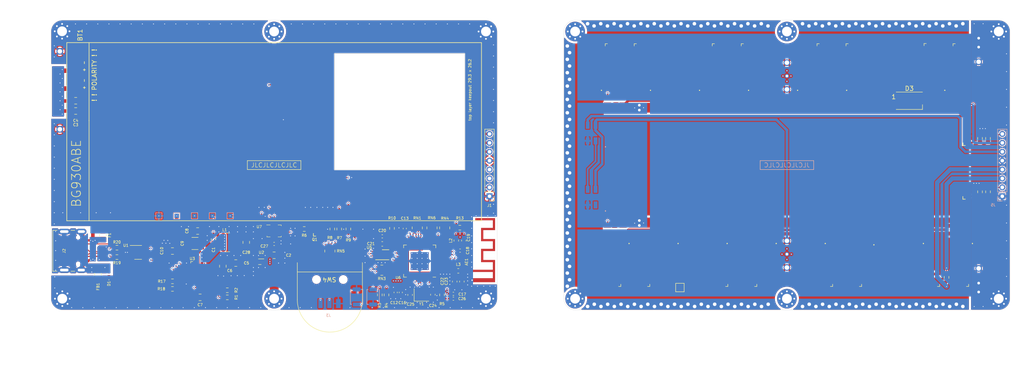
<source format=kicad_pcb>
(kicad_pcb (version 20210623) (generator pcbnew)
  (layers (0 "F.Cu" signal) (1 "In1.Cu" signal) (2 "In2.Cu" signal) (31 "B.Cu" signal) (34 "B.Paste" user) (35 "F.Paste" user) (36 "B.SilkS" user "B.Silkscreen") (37 "F.SilkS" user "F.Silkscreen") (38 "B.Mask" user) (39 "F.Mask" user) (44 "Edge.Cuts" user))
  (net 0 "")
  (net 1 "Net-(AE1-Pad1)")
  (net 2 "GND")
  (net 6 "+BATT")
  (net 8 "EN")
  (net 9 "Net-(C1-Pad1)")
  (net 10 "Net-(C5-Pad1)")
  (net 11 "LX")
  (net 12 "Net-(C7-Pad1)")
  (net 13 "Net-(C8-Pad1)")
  (net 14 "VBUS")
  (net 15 "Net-(C18-Pad2)")
  (net 16 "VDD_SPI")
  (net 17 "XTAL_N")
  (net 18 "XTAL_P")
  (net 19 "radio")
  (net 20 "Net-(RN4-Pad4)")
  (net 21 "GNDPWR")
  (net 22 "Net-(D2-Pad1)")
  (net 23 "LS_WS_LDAT")
  (net 24 "CC1")
  (net 25 "CC2")
  (net 26 "SYS")
  (net 27 "LS_WS_SDAT")
  (net 28 "TX")
  (net 29 "RX")
  (net 30 "ES_LED_NTC")
  (net 31 "ES_LED_PWM")
  (net 32 "ES_WS_SDAT")
  (net 33 "Net-(Q1-Pad1)")
  (net 34 "STAT")
  (net 35 "INOK")
  (net 36 "D-")
  (net 37 "D+")
  (net 38 "DISP_BACKLIGHT")
  (net 39 "DISP_RESET")
  (net 40 "GPIO46")
  (net 41 "GPIO45")
  (net 42 "SCL")
  (net 43 "IMU_INT2")
  (net 44 "SDA")
  (net 45 "IMU_INT1")
  (net 46 "BNT_DIG3")
  (net 47 "BNT_DIG2")
  (net 48 "BNT_DIG1")
  (net 49 "GPIO0")
  (net 50 "DISP_DC")
  (net 51 "Net-(Q2-Pad3)")
  (net 52 "DISP_CLK")
  (net 53 "DISP_DATA")
  (net 54 "Net-(R17-Pad1)")
  (net 56 "ENBST")
  (net 57 "SPID")
  (net 58 "SPIQ")
  (net 59 "SPICLK")
  (net 60 "SPICS0")
  (net 61 "SPIWP")
  (net 62 "SPIHD")
  (net 63 "+3V3")
  (net 64 "Net-(Q1-Pad3)")
  (net 65 "Net-(D10-Pad1)")
  (net 66 "ES_WS_LDAT")
  (net 67 "ES_WS_POWER")
  (net 68 "LS_LED_NTC")
  (net 69 "ITOPOFF")
  (net 70 "LS_LED_PWM")
  (net 71 "LS_WS_POWER")
  (net 72 "Net-(Q3-Pad3)")
  (net 73 "Net-(R2-Pad1)")
  (net 74 "Net-(R6-Pad2)")
  (net 75 "Net-(RN5-Pad5)")
  (net 76 "DISP_CS")
  (net 77 "Net-(RN3-Pad2)")
  (net 78 "Net-(RN3-Pad3)")
  (net 79 "Net-(RN3-Pad4)")
  (net 80 "Net-(RN5-Pad6)")
  (net 81 "Net-(RN5-Pad7)")
  (net 82 "Net-(RN5-Pad8)")
  (net 83 "Net-(D20-Pad3)")
  (net 84 "Net-(D20-Pad1)")
  (net 85 "Net-(RN6-Pad6)")
  (net 86 "Net-(RN6-Pad7)")
  (net 87 "Net-(RN6-Pad8)")
  (net 88 "Net-(RN3-Pad1)")
  (net 89 "Net-(R10-Pad1)")
  (net 90 "Net-(RN4-Pad1)")
  (net 91 "Net-(RN4-Pad2)")
  (net 92 "Net-(RN4-Pad3)")
  (net 93 "Net-(RN6-Pad5)")
  (net 94 "WS_GNDBUS")
  (net 95 "Net-(D21-Pad1)")
  (net 96 "Net-(D22-Pad1)")
  (net 97 "Net-(D23-Pad1)")
  (net 98 "Net-(D24-Pad1)")
  (net 99 "Net-(D25-Pad1)")
  (net 100 "Net-(D26-Pad1)")
  (net 101 "Net-(D27-Pad1)")
  (net 102 "Net-(D28-Pad1)")
  (net 103 "Net-(D29-Pad1)")
  (net 104 "Net-(D30-Pad1)")
  (net 105 "Net-(D31-Pad1)")
  (net 106 "Net-(D32-Pad1)")
  (net 108 "Net-(R18-Pad1)")
  (net 109 "U_N")
  (net 110 "U_P")
  (net 111 "Net-(D34-Pad1)")
  (net 125 "CHG_Supply")
  (footprint "Capacitor_SMD:C_0402_1005Metric" (layer "F.Cu") (at 129.95 127.55)
    (fp_text reference "C26")
    (fp_text value "100nF")
  )
  (footprint "Capacitor_SMD:C_0402_1005Metric" (layer "F.Cu") (at 89.75 115.25 180)
    (fp_text reference "C27")
    (fp_text value "100nF")
  )
  (footprint "Capacitor_SMD:C_0402_1005Metric" (layer "F.Cu") (at 129.95 126.45 180)
    (fp_text reference "C17")
    (fp_text value "100nF")
  )
  (footprint "Capacitor_SMD:C_0805_2012Metric" (layer "F.Cu") (at 73.15 127.25 180)
    (fp_text reference "C7")
    (fp_text value "2.2µF")
  )
  (footprint "Capacitor_SMD:C_0603_1608Metric" (layer "F.Cu") (at 76.15 114.2 -90)
    (fp_text reference "C1")
    (fp_text value "100nF")
  )
  (footprint "Capacitor_SMD:C_0603_1608Metric" (layer "F.Cu") (at 131.85 123.7 90)
    (fp_text reference "C23")
    (fp_text value "10µF")
  )
  (footprint "Capacitor_SMD:C_0402_1005Metric" (layer "F.Cu") (at 118.15 126.15 90)
    (fp_text reference "C16")
    (fp_text value "100nF")
  )
  (footprint "Capacitor_SMD:C_0603_1608Metric" (layer "F.Cu") (at 130.25 123.7 90)
    (fp_text reference "C22")
    (fp_text value "10µF")
  )
  (footprint "Capacitor_SMD:C_0402_1005Metric" (layer "F.Cu") (at 117 126.15 90)
    (fp_text reference "C12")
    (fp_text value "100nF")
  )
  (footprint "Capacitor_SMD:C_0805_2012Metric" (layer "F.Cu") (at 81.15 119.55)
    (fp_text reference "C5")
    (fp_text value "2.2µF")
  )
  (footprint "Capacitor_SMD:C_0805_2012Metric" (layer "F.Cu") (at 66.95 116.85)
    (fp_text reference "C10")
    (fp_text value "1µF")
  )
  (footprint "Capacitor_SMD:C_0805_2012Metric" (layer "F.Cu") (at 78.25 120.25 -90)
    (fp_text reference "C6")
    (fp_text value "10µF")
  )
  (footprint "Capacitor_SMD:C_0805_2012Metric" (layer "F.Cu") (at 72.6 112.35)
    (fp_text reference "C8")
    (fp_text value "10µF")
  )
  (footprint "Capacitor_SMD:C_0805_2012Metric" (layer "F.Cu") (at 89.75 117.8 180)
    (fp_text reference "C2")
    (fp_text value "10µF")
  )
  (footprint "Capacitor_SMD:C_1210_3225Metric" (layer "F.Cu") (at 72 115.15)
    (fp_text reference "C9")
    (fp_text value "22µF")
  )
  (footprint "Capacitor_SMD:C_0805_2012Metric" (layer "F.Cu") (at 45.25 85.4)
    (fp_text reference "C3")
    (fp_text value "10µF")
  )
  (footprint "Capacitor_SMD:C_0805_2012Metric" (layer "F.Cu") (at 45.25 83.1)
    (fp_text reference "C4")
    (fp_text value "10µF")
  )
  (footprint "Capacitor_SMD:C_0402_1005Metric" (layer "F.Cu") (at 114 113.55)
    (fp_text reference "C20")
    (fp_text value "100nF")
  )
  (footprint "Capacitor_SMD:C_0603_1608Metric" (layer "F.Cu") (at 114 115.25)
    (fp_text reference "C21")
    (fp_text value "1µF")
  )
  (footprint "Capacitor_SMD:C_0603_1608Metric" (layer "F.Cu") (at 125.35 126.65 -90)
    (fp_text reference "C24")
    (fp_text value "10pF")
  )
  (footprint "Capacitor_SMD:C_0603_1608Metric" (layer "F.Cu") (at 120.25 126.7 -90)
    (fp_text reference "C25")
    (fp_text value "10pF")
  )
  (footprint "Capacitor_SMD:C_0402_1005Metric" (layer "F.Cu") (at 131.45 116.75 180)
    (fp_text reference "C18")
    (fp_text value "100nF")
  )
  (footprint "Capacitor_SMD:C_0603_1608Metric" (layer "F.Cu") (at 132.3 114.5 90)
    (fp_text reference "C19")
    (fp_text value "10µF")
  )
  (footprint "Capacitor_SMD:C_0402_1005Metric" (layer "F.Cu") (at 119.05 111.8 -90)
    (fp_text reference "C13")
    (fp_text value "100nF")
  )
  (footprint "MountingHole:MountingHole_2.2mm_M2_Pad_Via" (layer "F.Cu") (at 42.25 127.55)
    (fp_text reference "H5" hide)
    (fp_text value "MountingHole_Pad")
  )
  (footprint "MountingHole:MountingHole_2.2mm_M2_Pad_Via" (layer "F.Cu") (at 89.75 67.55)
    (fp_text reference "H6" hide)
    (fp_text value "MountingHole_Pad")
  )
  (footprint "MountingHole:MountingHole_2.2mm_M2_Pad_Via" (layer "F.Cu") (at 42.2 67.5)
    (fp_text reference "H4" hide)
    (fp_text value "MountingHole_Pad")
  )
  (footprint "MountingHole:MountingHole_2.2mm_M2_Pad_Via" (layer "F.Cu") (at 137.25 67.55)
    (fp_text reference "H3" hide)
    (fp_text value "MountingHole_Pad")
  )
  (footprint "MountingHole:MountingHole_2.2mm_M2_Pad_Via" (layer "F.Cu") (at 137.25 127.55)
    (fp_text reference "H2" hide)
    (fp_text value "MountingHole_Pad")
  )
  (footprint "MountingHole:MountingHole_2.2mm_M2_Pad_Via" (layer "F.Cu") (at 89.75 127.55)
    (fp_text reference "H1" hide)
    (fp_text value "MountingHole_Pad")
  )
  (footprint "Inductor_SMD:L_0603_1608Metric" (layer "F.Cu") (at 131.05 121.3 180)
    (fp_text reference "L3")
    (fp_text value "1µH")
  )
  (footprint "Inductor_SMD:L_Wuerth_MAPI-4030" (layer "F.Cu") (at 79.3 114.9 180)
    (fp_text reference "L1")
    (fp_text value "1µH")
  )
  (footprint "Inductor_SMD:L_0603_1608Metric" (layer "F.Cu") (at 130.6 114.5 -90)
    (fp_text reference "L2")
    (fp_text value "1µH")
  )
  (footprint "lt_foots:JLC-SERIAL" (layer "F.Cu") (at 89.75 97.55 180)
    (fp_text reference "logo5" hide)
    (fp_text value "logo_JLC")
  )
  (footprint "lt_foots:U-DFN2020-6 (Type F)" (layer "F.Cu") (at 245.65 91.6)
    (fp_text reference "Q2" hide)
    (fp_text value "DMN2022-UFDF7")
  )
  (footprint "lt_foots:U-DFN2020-6 (Type F)" (layer "F.Cu") (at 100 111.95)
    (fp_text reference "Q1")
    (fp_text value "DMN2022-UFDF7")
  )
  (footprint "Resistor_SMD:R_0603_1608Metric" (layer "F.Cu") (at 127.4 126.7 90)
    (fp_text reference "R5")
    (fp_text value "10kΩ")
  )
  (footprint "Resistor_SMD:R_0603_1608Metric" (layer "F.Cu") (at 248.05 91.55 -90)
    (fp_text reference "R12" hide)
    (fp_text value "1MΩ")
  )
  (footprint "Resistor_SMD:R_0603_1608Metric" (layer "F.Cu") (at 79.25 127.25 180)
    (fp_text reference "R1")
    (fp_text value "10KΩ(150mA_TO) ")
  )
  (footprint "Resistor_SMD:R_0603_1608Metric" (layer "F.Cu") (at 79.25 125.65)
    (fp_text reference "R2")
    (fp_text value "10KΩ(1.5A_FC)")
  )
  (footprint "Resistor_SMD:R_0603_1608Metric" (layer "F.Cu") (at 104.35 111.9 -90)
    (fp_text reference "R7")
    (fp_text value "1kΩ")
  )
  (footprint "Resistor_SMD:R_0603_1608Metric" (layer "F.Cu") (at 102.8 111.9 -90)
    (fp_text reference "R8")
    (fp_text value "1MΩ")
  )
  (footprint "Resistor_SMD:R_0603_1608Metric" (layer "F.Cu") (at 106.4 111.9 90)
    (fp_text reference "R9")
    (fp_text value "1kΩ")
  )
  (footprint "Resistor_SMD:R_0603_1608Metric" (layer "F.Cu") (at 113.45 126.7 90)
    (fp_text reference "R3")
    (fp_text value "10kΩ")
  )
  (footprint "Resistor_SMD:R_0603_1608Metric" (layer "F.Cu") (at 114.95 126.7 90)
    (fp_text reference "R4")
    (fp_text value "10kΩ")
  )
  (footprint "lt_foots:R_Array_Concave_4x0402" (layer "F.Cu") (at 121.85 111.65 90)
    (fp_text reference "RN1")
    (fp_text value "10KΩ")
  )
  (footprint "Package_LGA:Bosch_LGA-14_3x2.5mm_P0.5mm" (layer "F.Cu") (at 89.75 112.3375)
    (fp_text reference "U7")
    (fp_text value "LSM6DS3")
  )
  (footprint "lt_foots:QFN-56-1EP_7x7mm_P0.4mm_EP5.6x5.6mm_ThermalVias" (layer "F.Cu") (at 122.4 119.1 180)
    (fp_text reference "U6")
    (fp_text value "ESP32-S2")
  )
  (footprint "lt_foots:max77751" (layer "F.Cu") (at 73.15 121.3)
    (fp_text reference "U3")
    (fp_text value "MAX77751")
  )
  (footprint "Package_DFN_QFN:DFN-8-1EP_3x2mm_P0.5mm_EP1.75x1.45mm" (layer "F.Cu") (at 114 117.6875)
    (fp_text reference "U5")
    (fp_text value "AT25xxx-MA")
  )
  (footprint "Package_DFN_QFN:UDFN-4-1EP_1x1mm_P0.65mm_EP0.48x0.48mm" (layer "F.Cu") (at 86.85 119.25 180)
    (fp_text reference "U2")
    (fp_text value "NCP167-XDFN4")
  )
  (footprint "Crystal:Crystal_SMD_2520-4Pin_2.5x2.0mm" (layer "F.Cu") (at 122.8 126.7)
    (fp_text reference "Y1")
    (fp_text value "40MHz")
  )
  (footprint "lt_foots:plated_hole_1mm" (layer "F.Cu") (at 204.75 114.55)
    (fp_text reference "H14" hide)
    (fp_text value "thole2")
  )
  (footprint "Resistor_SMD:R_0603_1608Metric" (layer "F.Cu") (at 96.5 111.9 180)
    (fp_text reference "R6")
    (fp_text value "14Ω")
  )
  (footprint "lt_foots:LED_Cree-J-Series" (layer "F.Cu") (at 172.25 123.05 90)
    (fp_text reference "D4" hide)
    (fp_text value "LED")
  )
  (footprint "MountingHole:MountingHole_2.2mm_M2_Pad_Via" (layer "F.Cu") (at 157.25 67.55)
    (fp_text reference "H10" hide)
    (fp_text value "MountingHole_Pad")
  )
  (footprint "TestPoint:TestPoint_Pad_1.5x1.5mm" (layer "F.Cu") (at 180.75 125.05)
    (fp_text reference "TP5" hide)
    (fp_text value "TestPoint")
  )
  (footprint "MountingHole:MountingHole_2.2mm_M2_Pad_Via" (layer "F.Cu") (at 157.25 127.55)
    (fp_text reference "H9" hide)
    (fp_text value "MountingHole_Pad")
  )
  (footprint "lt_foots:plated_hole_1mm" (layer "F.Cu") (at 247.75 120.75)
    (fp_text reference "H19" hide)
    (fp_text value "thole7" hide)
  )
  (footprint "lt_foots:LOGO_cc-by-nc-sa" (layer "F.Cu") (at 251.5 115.7 90)
    (fp_text reference "G***" hide)
    (fp_text value "LOGO" hide)
  )
  (footprint "lt_foots:plated_hole_1mm" (layer "F.Cu") (at 41.7 72)
    (fp_text reference "H17" hide)
    (fp_text value "thole5" hide)
  )
  (footprint "lt_foots:plated_hole_1mm" (layer "F.Cu") (at 41.7 89.5)
    (fp_text reference "H18" hide)
    (fp_text value "thole6" hide)
  )
  (footprint "lt_foots:LED_SK6812MINI" (layer "F.Cu") (at 177.25 112.05 180)
    (fp_text reference "D27" hide)
    (fp_text value "SK6812MINI")
  )
  (footprint "lt_foots:LED_Cree-J-Series" (layer "F.Cu") (at 165.75 123.05 90)
    (fp_text reference "D10" hide)
    (fp_text value "LED")
  )
  (footprint "Connector_PinHeader_2.00mm:PinHeader_1x08_P2.00mm_Vertical" (layer "F.Cu") (at 138.05 104.55 180)
    (fp_text reference "J1")
    (fp_text value "Conn_01x08_Female")
  )
  (footprint "lt_foots:LED_Cree-J-Series" (layer "F.Cu") (at 243.75 72.05 -90)
    (fp_text reference "D7" hide)
    (fp_text value "LED")
  )
  (footprint "lt_foots:LED_SK6812MINI" (layer "F.Cu") (at 199.25 112.05 180)
    (fp_text reference "D29" hide)
    (fp_text value "SK6812MINI")
  )
  (footprint "lt_foots:plated_hole_1mm" (layer "F.Cu") (at 247.75 74.35)
    (fp_text reference "H20" hide)
    (fp_text value "thole8" hide)
  )
  (footprint "lt_foots:R_Array_Concave_4x0402" (layer "F.Cu") (at 125.15 111.65 -90)
    (fp_text reference "RN6")
    (fp_text value "0Ω")
  )
  (footprint "lt_foots:ROTARY_ENCODER_SIQ_02FVS" (layer "F.Cu") (at 102.25 123.25 180)
    (fp_text reference "SW4")
    (fp_text value "RotaryEncoder_Switch_mitsumi_siq02fvs")
  )
  (footprint "Capacitor_SMD:C_0805_2012Metric" (layer "F.Cu") (at 83.5 114.9 -90)
    (fp_text reference "C28")
    (fp_text value "10µF")
  )
  (footprint "Resistor_SMD:R_0805_2012Metric_Pad1.20x1.40mm_HandSolder" (layer "F.Cu") (at 51.35 113.3 90)
    (fp_text reference "F1")
    (fp_text value "Polyfuse_Small")
  )
  (footprint "Resistor_SMD:R_0603_1608Metric" (layer "F.Cu") (at 249.85 91.55 90)
    (fp_text reference "R11" hide)
    (fp_text value "1kΩ")
  )
  (footprint "Resistor_SMD:R_0603_1608Metric" (layer "F.Cu") (at 116.1875 111.75 90)
    (fp_text reference "R10")
    (fp_text value "1KΩ")
  )
  (footprint "Connector_USB:USB_C_Receptacle_JAE_DX07S016JA1R1500" (layer "F.Cu") (at 43.835 116.8 -90)
    (fp_text reference "J2")
    (fp_text value "USB_C_Receptacle_USB2.0")
  )
  (footprint "lt_foots:plated_hole_1mm" (layer "F.Cu") (at 204.75 80.55)
    (fp_text reference "H16" hide)
    (fp_text value "thole4" hide)
  )
  (footprint "lt_foots:LED_Cree-J-Series" (layer "F.Cu") (at 219.75 72.05 -90)
    (fp_text reference "D8" hide)
    (fp_text value "LED")
  )
  (footprint "lt_foots:LED_Cree-J-Series" (layer "F.Cu") (at 237.25 72 -90)
    (fp_text reference "D17" hide)
    (fp_text value "LED")
  )
  (footprint "lt_foots:LED_SK6812MINI" (layer "F.Cu") (at 243.25 112.05 180)
    (fp_text reference "D33" hide)
    (fp_text value "SK6812MINI")
  )
  (footprint "LED_SMD:LED_SK6812MINI_PLCC4_3.5x3.5mm_P1.75mm" (layer "F.Cu") (at 232.2 83.1)
    (fp_text reference "D3")
    (fp_text value "SK6812MINI")
  )
  (footprint "lt_foots:LED_SK6812MINI" (layer "F.Cu") (at 177.25 83.05)
    (fp_text reference "D24" hide)
    (fp_text value "SK6812MINI")
  )
  (footprint "Package_TO_SOT_SMD:SOT-23-6" (layer "F.Cu") (at 59.25 117.15)
    (fp_text reference "U1")
    (fp_text value "USBLC6-4SC6")
  )
  (footprint "lt_foots:LED_Cree-J-Series" (layer "F.Cu") (at 219.75 123.05 90)
    (fp_text reference "D15" hide)
    (fp_text value "LED")
  )
  (footprint "lt_foots:LED_SK6812MINI" (layer "F.Cu") (at 221.25 112.05 180)
    (fp_text reference "D31" hide)
    (fp_text value "SK6812MINI")
  )
  (footprint "lt_foots:LED_Cree-J-Series" (layer "F.Cu") (at 172.25 72.05 -90)
    (fp_text reference "D18" hide)
    (fp_text value "LED")
  )
  (footprint "lt_foots:LED_Cree-J-Series" (layer "F.Cu") (at 237.25 123.05 90)
    (fp_text reference "D9" hide)
    (fp_text value "LED")
  )
  (footprint "lt_foots:LED_SK6812MINI" (layer "F.Cu") (at 221.25 83.05)
    (fp_text reference "D20" hide)
    (fp_text value "SK6812MINI")
  )
  (footprint "lt_foots:R_Array_Concave_4x0402" (layer "F.Cu") (at 113.9 121.15 180)
    (fp_text reference "RN3")
    (fp_text value "0Ω")
  )
  (footprint "Resistor_SMD:R_0805_2012Metric_Pad1.20x1.40mm_HandSolder" (layer "F.Cu") (at 50.25 122.05 90)
    (fp_text reference "FB1")
    (fp_text value "FerriteBead_Small")
  )
  (footprint "Resistor_SMD:R_0603_1608Metric" (layer "F.Cu") (at 54.5 118.2 180)
    (fp_text reference "R19")
    (fp_text value "22Ω")
  )
  (footprint "Diode_SMD:D_0402_1005Metric_Pad0.77x0.64mm_HandSolder" (layer "F.Cu") (at 52.7 122.05 90)
    (fp_text reference "D1")
    (fp_text value "ESD9B5.0ST5G")
  )
  (footprint "Resistor_SMD:R_0603_1608Metric" (layer "F.Cu") (at 54.5 116.1 180)
    (fp_text reference "R20")
    (fp_text value "22Ω")
  )
  (footprint "lt_foots:LED_SK6812MINI" (layer "F.Cu") (at 188.25 112.05 180)
    (fp_text reference "D28" hide)
    (fp_text value "SK6812MINI")
  )
  (footprint "lt_foots:LED_SK6812MINI" (layer "F.Cu") (at 199.25 83.05)
    (fp_text reference "D22" hide)
    (fp_text value "SK6812MINI")
  )
  (footprint "Resistor_SMD:R_0603_1608Metric" (layer "F.Cu") (at 66.95 125.35 180)
    (fp_text reference "R18")
    (fp_text value "20kΩ")
  )
  (footprint "lt_foots:plated_hole_1mm" (layer "F.Cu") (at 204.75 74.55)
    (fp_text reference "H15" hide)
    (fp_text value "thole3" hide)
  )
  (footprint "lt_foots:LED_SK6812MINI" (layer "F.Cu") (at 188.25 83.05)
    (fp_text reference "D23" hide)
    (fp_text value "SK6812MINI")
  )
  (footprint "lt_foots:LED_Cree-J-Series" (layer "F.Cu") (at 196.25 123.05 90)
    (fp_text reference "D13" hide)
    (fp_text value "LED")
  )
  (footprint "lt_foots:LED_Cree-J-Series" (layer "F.Cu") (at 189.75 123.05 90)
    (fp_text reference "D11" hide)
    (fp_text value "LED")
  )
  (footprint "lt_foots:LED_SK6812MINI" (layer "F.Cu") (at 166.25 83.05)
    (fp_text reference "D25" hide)
    (fp_text value "SK6812MINI")
  )
  (footprint "lt_foots:LED_Cree-J-Series" (layer "F.Cu") (at 165.75 72.05 -90)
    (fp_text reference "D14" hide)
    (fp_text value "LED")
  )
  (footprint "lt_foots:LOGO_CATLIGHT_4" (layer "F.Cu") (at 204.75 97.55)
    (fp_text reference "logo1" hide)
    (fp_text value "logo-CATLIGHT" hide)
  )
  (footprint "lt_foots:LED_SK6812MINI" (layer "F.Cu") (at 210.25 83.05)
    (fp_text reference "D21" hide)
    (fp_text value "SK6812MINI")
  )
  (footprint "lt_foots:LED_Cree-J-Series" (layer "F.Cu") (at 213.25 72.05 -90)
    (fp_text reference "D16" hide)
    (fp_text value "LED")
  )
  (footprint "lt_foots:plated_hole_1mm" (layer "F.Cu") (at 204.75 120.55)
    (fp_text reference "H13" hide)
    (fp_text value "thole1" hide)
  )
  (footprint "lt_foots:R_Array_Concave_4x0402" (layer "F.Cu") (at 102.25 116.85 -90)
    (fp_text reference "RN5")
    (fp_text value "1kΩ")
  )
  (footprint "Resistor_SMD:R_0603_1608Metric" (layer "F.Cu") (at 249.85 103.55 -90)
    (fp_text reference "R15" hide)
    (fp_text value "1kΩ")
  )
  (footprint "lt_foots:lipo_samsung_BG930ABE_double" (layer "F.Cu") (at 45.25 82.55 90)
    (fp_text reference "BT1")
    (fp_text value "lipo_sams_BG930ABE")
  )
  (footprint "lt_foots:LED_SK6812MINI" (layer "F.Cu") (at 232.25 112.05 180)
    (fp_text reference "D32" hide)
    (fp_text value "SK6812MINI")
  )
  (footprint "lt_foots:LED_Cree-J-Series" (layer "F.Cu") (at 243.75 123.05 90)
    (fp_text reference "D5" hide)
    (fp_text value "LED")
  )
  (footprint "Resistor_SMD:R_0603_1608Metric" (layer "F.Cu") (at 240.55 122.75 -90)
    (fp_text reference "R14" hide)
    (fp_text value "NTC 10 kΩ")
  )
  (footprint "lt_foots:LED_SK6812MINI" (layer "F.Cu") (at 243.25 83.05)
    (fp_text reference "D2" hide)
    (fp_text value "SK6812MINI")
  )
  (footprint "MountingHole:MountingHole_2.2mm_M2_Pad_Via" (layer "F.Cu") (at 204.75 67.55)
    (fp_text reference "H7" hide)
    (fp_text value "MountingHole_Pad")
  )
  (footprint "MountingHole:MountingHole_2.2mm_M2_Pad_Via" (layer "F.Cu") (at 204.75 127.55)
    (fp_text reference "H11" hide)
    (fp_text value "MountingHole_Pad")
  )
  (footprint "MountingHole:MountingHole_2.2mm_M2_Pad_Via" (layer "F.Cu") (at 252.25 67.55 180)
    (fp_text reference "H12" hide)
    (fp_text value "MountingHole_Pad")
  )
  (footprint "Resistor_SMD:R_0603_1608Metric" (layer "F.Cu") (at 248.05 103.55 -90)
    (fp_text reference "R16" hide)
    (fp_text value "1MΩ")
  )
  (footprint "lt_foots:R_Array_Concave_4x0402" (layer "F.Cu") (at 128 111.65 90)
    (fp_text reference "RN4")
    (fp_text value "0Ω")
  )
  (footprint "lt_foots:LED_Cree-J-Series" (layer "F.Cu") (at 189.75 72.05 -90)
    (fp_text reference "D6" hide)
    (fp_text value "LED")
  )
  (footprint "lt_foots:LED_SK6812MINI" (layer "F.Cu") (at 210.25 112.05 180)
    (fp_text reference "D30" hide)
    (fp_text value "SK6812MINI")
  )
  (footprint "lt_foots:LED_Cree-J-Series" (layer "F.Cu") (at 196.25 72.05 -90)
    (fp_text reference "D12" hide)
    (fp_text value "LED")
  )
  (footprint "lt_foots:LED_Cree-J-Series" (layer "F.Cu") (at 213.25 123.05 90)
    (fp_text reference "D19" hide)
    (fp_text value "LED")
  )
  (footprint "Resistor_SMD:R_0603_1608Metric" (layer "F.Cu") (at 66.95 123.65 180)
    (fp_text reference "R17")
    (fp_text value "20kΩ")
  )
  (footprint "lt_foots:LED_SK6812MINI" (layer "F.Cu") (at 166.25 112.05 180)
    (fp_text reference "D26" hide)
    (fp_text value "SK6812MINI")
  )
  (footprint "MountingHole:MountingHole_2.2mm_M2_Pad_Via" (layer "F.Cu") (at 252.25 127.55)
    (fp_text reference "H8" hide)
    (fp_text value "MountingHole_Pad")
  )
  (footprint "Resistor_SMD:R_0603_1608Metric" (layer "F.Cu") (at 131.4 111.6 180)
    (fp_text reference "R13")
    (fp_text value "10 kΩ")
  )
  (footprint "lt_foots:Texas_SWRA117D_2.4GHz_Left" (layer "F.Cu") (at 134.15 121.3 -90)
    (fp_text reference "AE1")
    (fp_text value "Antenna_Shield")
  )
  (footprint "lt_foots:U-DFN2020-6 (Type F)" (layer "F.Cu") (at 245.65 103.65)
    (fp_text reference "Q3" hide)
    (fp_text value "DMN2022-UFDF7")
  )
  (footprint "Button_Switch_SMD:SW_SPST_B3U-1000P" (layer "B.Cu") (at 111.95 127.15 -90)
    (fp_text reference "SW1" hide)
    (fp_text value "BT")
  )
  (footprint "Button_Switch_SMD:SW_SPST_B3U-1000P" (layer "B.Cu") (at 108.25 127.15 90)
    (fp_text reference "SW2" hide)
    (fp_text value "RST")
  )
  (footprint "TestPoint:TestPoint_Pad_1.0x1.0mm" (layer "B.Cu") (at 79.9 108.95)
    (fp_text reference "TP1" hide)
    (fp_text value "3V3+")
  )
  (footprint "TestPoint:TestPoint_Pad_1.0x1.0mm" (layer "B.Cu") (at 71.9 108.95)
    (fp_text reference "TP2" hide)
    (fp_text value "BATT+")
  )
  (footprint "TestPoint:TestPoint_Pad_1.0x1.0mm" (layer "B.Cu") (at 67.9 108.95)
    (fp_text reference "TP3" hide)
    (fp_text value "VBUS+")
  )
  (footprint "TestPoint:TestPoint_Pad_1.0x1.0mm" (layer "B.Cu") (at 63.9 108.95)
    (fp_text reference "TP4" hide)
    (fp_text value "GND")
  )
  (footprint "TestPoint:TestPoint_Pad_1.0x1.0mm" (layer "B.Cu") (at 75.9 108.95)
    (fp_text reference "TP6" hide)
    (fp_text value "VSYS")
  )
  (footprint "lt_foots:LOGO_CATLIGHT_4_small" (layer "B.Cu") (at 49.4 86.85 90)
    (fp_text reference "logo9" hide)
    (fp_text value "logo_CATLIGHT" hide)
  )
  (footprint "lt_foots:LOGO_Tiger_1" (layer "B.Cu") (at 77.3 84.2)
    (fp_text reference "logo12" hide)
    (fp_text value "logo_TIGER" hide)
  )
  (footprint "lt_foots:LED_SK6812MINI" (layer "B.Cu") (at 160.95 104.75 90)
    (fp_text reference "D35" hide)
    (fp_text value "SK6812MINI")
  )
  (footprint "lt_foots:JLC-SERIAL" (layer "B.Cu") (at 204.75 97.55 180)
    (fp_text reference "logo11" hide)
    (fp_text value "logo_JLC")
  )
  (footprint "lt_foots:TFT_1.3inch_spi_12pin_240x240RGB_flat" (layer "B.Cu") (at 103.25 85.65 90)
    (fp_text reference "TFT1" hide)
    (fp_text value "OLED_1.3inch_SPI_14pin")
  )
  (footprint "lt_foots:LED_SK6812MINI" (layer "B.Cu") (at 160.95 90.35 90)
    (fp_text reference "D34" hide)
    (fp_text value "SK6812MINI")
  )
  (footprint "lt_foots:01x03_smd_1mmx2mm_pad" (layer "B.Cu") (at 102.15 128.65 180)
    (fp_text reference "J3")
    (fp_text value "R-T-G")
  )
  (footprint "Connector_PinHeader_2.00mm:PinHeader_1x08_P2.00mm_Vertical" (layer "B.Cu") (at 253.05 104.55)
    (fp_text reference "J5")
    (fp_text value "Conn_01x08_Female")
  )
  (gr_line locked (start 139.75 127.55) (end 139.75 67.55) (layer "Edge.Cuts") (width 0.05))
  (gr_line locked (start 137.25 65.05) (end 42.25 65.05) (layer "Edge.Cuts") (width 0.05))
  (gr_line locked (start 39.75 67.55) (end 39.75 127.55) (layer "Edge.Cuts") (width 0.05))
  (gr_line locked (start 42.25 130.05) (end 137.25 130.05) (layer "Edge.Cuts") (width 0.05))
  (gr_line (start 252.25 65.05) (end 157.25 65.05) (layer "Edge.Cuts") (width 0.05))
  (gr_arc (start 252.25 67.55) (end 254.75 67.55) (angle -90) (layer "Edge.Cuts") (width 0.05))
  (gr_arc (start 252.25 127.55) (end 252.25 130.05) (angle -90) (layer "Edge.Cuts") (width 0.05))
  (gr_line (start 254.75 127.55) (end 254.75 67.55) (layer "Edge.Cuts") (width 0.05))
  (gr_arc (start 42.25 67.55) (end 42.25 65.05) (angle -90) (layer "Edge.Cuts") (width 0.05))
  (gr_arc locked (start 137.25 127.55) (end 137.25 130.05) (angle -90) (layer "Edge.Cuts") (width 0.05))
  (gr_arc (start 157.25 67.55) (end 157.25 65.05) (angle -90) (layer "Edge.Cuts") (width 0.05))
  (gr_rect (start 103.25 72.45) (end 132.55 98.65) (layer "Edge.Cuts") (width 0.1) (fill none))
  (gr_line (start 157.25 130.05) (end 252.25 130.05) (layer "Edge.Cuts") (width 0.05))
  (gr_line (start 154.75 67.55) (end 154.75 127.55) (layer "Edge.Cuts") (width 0.05))
  (gr_arc locked (start 42.25 127.55) (end 39.75 127.55) (angle -90) (layer "Edge.Cuts") (width 0.05))
  (gr_arc (start 157.25 127.55) (end 154.75 127.55) (angle -90) (layer "Edge.Cuts") (width 0.05))
  (gr_arc locked (start 137.25 67.55) (end 139.75 67.55) (angle -90) (layer "Edge.Cuts") (width 0.05))
  (segment (start 131.85 121.3125) (end 131.8375 121.3) (width 0.2) (layer "F.Cu") (net 1))
  (segment (start 131.85 122.925) (end 131.85 121.3125) (width 0.6) (layer "F.Cu") (net 1))
  (segment (start 131.8375 121.3) (end 134.15 121.3) (width 0.3) (layer "F.Cu") (net 1))
  (segment (start 120.325 126) (end 120.25 125.925) (width 0.2) (layer "F.Cu") (net 2))
  (segment (start 121.925 126) (end 120.325 126) (width 0.4) (layer "F.Cu") (net 2))
  (segment (start 89.75 113.35) (end 89.75 114.225) (width 0.25) (layer "F.Cu") (net 2))
  (segment (start 87.6125 111.5875) (end 87.6 111.575) (width 0.25) (layer "F.Cu") (net 2))
  (segment (start 72.95 126.5) (end 72.2 127.25) (width 0.2) (layer "F.Cu") (net 2))
  (segment (start 74.875 120.3) (end 75.6 120.3) (width 0.2) (layer "F.Cu") (net 2))
  (segment (start 88.4875 111.5875) (end 87.6125 111.5875) (width 0.25) (layer "F.Cu") (net 2))
  (segment (start 90.25 115.23) (end 90.23 115.25) (width 0.2) (layer "F.Cu") (net 2))
  (segment (start 133.3 123.4) (end 133.15 123.55) (width 0.25) (layer "F.Cu") (net 2))
  (segment (start 87.6125 112.0875) (end 87.6 112.1) (width 0.25) (layer "F.Cu") (net 2))
  (segment (start 90.25 113.35) (end 90.25 115.23) (width 0.25) (layer "F.Cu") (net 2))
  (segment (start 134.15 123.4) (end 133.3 123.4) (width 0.25) (layer "F.Cu") (net 2))
  (segment (start 76.6 119.3) (end 78.25 119.3) (width 0.2) (layer "F.Cu") (net 2))
  (segment (start 88.4875 112.5875) (end 87.6125 112.5875) (width 0.25) (layer "F.Cu") (net 2))
  (segment (start 125.325 127.4) (end 125.35 127.425) (width 0.2) (layer "F.Cu") (net 2))
  (segment (start 75.6 120.3) (end 76.6 119.3) (width 0.2) (layer "F.Cu") (net 2))
  (segment (start 87.6125 112.5875) (end 87.575 112.55) (width 0.25) (layer "F.Cu") (net 2))
  (segment (start 123.675 127.4) (end 125.325 127.4) (width 0.4) (layer "F.Cu") (net 2))
  (segment (start 88.4875 112.0875) (end 87.6125 112.0875) (width 0.25) (layer "F.Cu") (net 2))
  (segment (start 72.95 123.025) (end 72.95 126.5) (width 0.2) (layer "F.Cu") (net 2))
  (via (at 254 122.55) (size 0.45) (drill 0.2) (layers "F.Cu" "B.Cu") (net 2))
  (via (at 97.95 107.05) (size 0.45) (drill 0.2) (layers "F.Cu" "B.Cu") (net 2))
  (via (at 111.75 129.55) (size 0.45) (drill 0.2) (layers "F.Cu" "B.Cu") (net 2))
  (via (at 123.95 128.35) (size 0.45) (drill 0.2) (layers "F.Cu" "B.Cu") (net 2))
  (via (at 87.75 117.85) (size 0.45) (drill 0.2) (layers "F.Cu" "B.Cu") (net 2))
  (via (at 84.25 129.55) (size 0.45) (drill 0.2) (layers "F.Cu" "B.Cu") (net 2))
  (via (at 40.45 88.25) (size 0.45) (drill 0.2) (layers "F.Cu" "B.Cu") (net 2))
  (via (at 110.15 119.45) (size 0.45) (drill 0.2) (layers "F.Cu" "B.Cu") (net 2))
  (via (at 114.25 129.55) (size 0.45) (drill 0.2) (layers "F.Cu" "B.Cu") (net 2))
  (via (at 131.85 125.55) (size 0.45) (drill 0.2) (layers "F.Cu" "B.Cu") (net 2))
  (via (at 53.05 108.25) (size 0.45) (drill 0.2) (layers "F.Cu" "B.Cu") (net 2))
  (via (at 91.3 115.25) (size 0.45) (drill 0.2) (layers "F.Cu" "B.Cu") (net 2))
  (via (at 50.2 65.85) (size 0.45) (drill 0.2) (layers "F.Cu" "B.Cu") (net 2))
  (via (at 124.25 129.55) (size 0.45) (drill 0.2) (layers "F.Cu" "B.Cu") (net 2))
  (via (at 99.35 107.05) (size 0.45) (drill 0.2) (layers "F.Cu" "B.Cu") (net 2))
  (via (at 94.45 113.45) (size 0.45) (drill 0.2) (layers "F.Cu" "B.Cu") (net 2))
  (via (at 55.2 65.85) (size 0.45) (drill 0.2) (layers "F.Cu" "B.Cu") (net 2))
  (via (at 122.4 124.95) (size 0.45) (drill 0.2) (layers "F.Cu" "B.Cu") (net 2))
  (via (at 130.25 125.55) (size 0.45) (drill 0.2) (layers "F.Cu" "B.Cu") (net 2))
  (via (at 119.45 128.35) (size 0.45) (drill 0.2) (layers "F.Cu" "B.Cu") (net 2))
  (via (at 138.15 124.75) (size 0.45) (drill 0.2) (layers "F.Cu" "B.Cu") (net 2))
  (via (at 52.7 65.85) (size 0.45) (drill 0.2) (layers "F.Cu" "B.Cu") (net 2))
  (via (at 85.1 114.05) (size 0.45) (drill 0.2) (layers "F.Cu" "B.Cu") (net 2))
  (via (at 248.75 65.8) (size 0.45) (drill 0.2) (layers "F.Cu" "B.Cu") (net 2))
  (via (at 116.1 65.85) (size 0.45) (drill 0.2) (layers "F.Cu" "B.Cu") (net 2))
  (via (at 79.65 112.55) (size 0.45) (drill 0.2) (layers "F.Cu" "B.Cu") (net 2))
  (via (at 44.35 129.55) (size 0.45) (drill 0.2) (layers "F.Cu" "B.Cu") (net 2))
  (via (at 133.15 124.45) (size 0.45) (drill 0.2) (layers "F.Cu" "B.Cu") (net 2))
  (via (at 95.6 129.55) (size 0.45) (drill 0.2) (layers "F.Cu" "B.Cu") (net 2))
  (via (at 85.1 112.55) (size 0.45) (drill 0.2) (layers "F.Cu" "B.Cu") (net 2))
  (via (at 134.05 113.45) (size 0.45) (drill 0.2) (layers "F.Cu" "B.Cu") (net 2))
  (via (at 133.15 123.55) (size 0.45) (drill 0.2) (layers "F.Cu" "B.Cu") (net 2))
  (via (at 138.95 75.55) (size 0.45) (drill 0.2) (layers "F.Cu" "B.Cu") (net 2))
  (via (at 121.1 65.85) (size 0.45) (drill 0.2) (layers "F.Cu" "B.Cu") (net 2))
  (via (at 87.75 120.55) (size 0.45) (drill 0.2) (layers "F.Cu" "B.Cu") (net 2))
  (via (at 74.75 114.45) (size 0.45) (drill 0.2) (layers "F.Cu" "B.Cu") (net 2))
  (via (at 82.7 65.85) (size 0.45) (drill 0.2) (layers "F.Cu" "B.Cu") (net 2))
  (via (at 129.25 129.55) (size 0.45) (drill 0.2) (layers "F.Cu" "B.Cu") (net 2))
  (via (at 126.25 126.85) (size 0.45) (drill 0.2) (layers "F.Cu" "B.Cu") (net 2))
  (via (at 109.65 111.95) (size 0.45) (drill 0.2) (layers "F.Cu" "B.Cu") (net 2))
  (via (at 117.75 111.65) (size 0.45) (drill 0.2) (layers "F.Cu" "B.Cu") (net 2))
  (via (at 40.45 108.25) (size 0.45) (drill 0.2) (layers "F.Cu" "B.Cu") (net 2))
  (via (at 247.85 101.65) (size 0.45) (drill 0.2) (layers "F.Cu" "B.Cu") (net 2))
  (via (at 59.35 129.55) (size 0.45) (drill 0.2) (layers "F.Cu" "B.Cu") (net 2))
  (via (at 121.25 124.95) (size 0.45) (drill 0.2) (layers "F.Cu" "B.Cu") (net 2))
  (via (at 46.85 129.55) (size 0.45) (drill 0.2) (layers "F.Cu" "B.Cu") (net 2))
  (via (at 126.1 65.85) (size 0.45) (drill 0.2) (layers "F.Cu" "B.Cu") (net 2))
  (via (at 81.55 111.35) (size 0.45) (drill 0.2) (layers "F.Cu" "B.Cu") (net 2))
  (via (at 40.45 93.25) (size 0.45) (drill 0.2) (layers "F.Cu" "B.Cu") (net 2))
  (via (at 129.15 122.05) (size 0.45) (drill 0.2) (layers "F.Cu" "B.Cu") (net 2))
  (via (at 40.45 100.75) (size 0.45) (drill 0.2) (layers "F.Cu" "B.Cu") (net 2))
  (via (at 101.75 111.95) (size 0.45) (drill 0.2) (layers "F.Cu" "B.Cu") (net 2))
  (via (at 76.85 129.55) (size 0.45) (drill 0.2) (layers "F.Cu" "B.Cu") (net 2))
  (via (at 125.45 124.95) (size 0.45) (drill 0.2) (layers "F.Cu" "B.Cu") (net 2))
  (via (at 92.15 118.45) (size 0.45) (drill 0.2) (layers "F.Cu" "B.Cu") (net 2))
  (via (at 78.425 122.475) (size 0.45) (drill 0.2) (layers "F.Cu" "B.Cu") (net 2))
  (via (at 115.9 127.55) (size 0.45) (drill 0.2) (layers "F.Cu" "B.Cu") (net 2))
  (via (at 65.9 114.475) (size 0.45) (drill 0.2) (layers "F.Cu" "B.Cu") (net 2))
  (via (at 47.7 65.85) (size 0.45) (drill 0.2) (layers "F.Cu" "B.Cu") (net 2))
  (via (at 40.45 70.75) (size 0.45) (drill 0.2) (layers "F.Cu" "B.Cu") (net 2))
  (via (at 91.825 87.35) (size 0.45) (drill 0.2) (layers "F.Cu" "B.Cu") (net 2))
  (via (at 79.65 111.35) (size 0.45) (drill 0.2) (layers "F.Cu" "B.Cu") (net 2))
  (via (at 136.75 124.75) (size 0.45) (drill 0.2) (layers "F.Cu" "B.Cu") (net 2))
  (via (at 135.35 124.75) (size 0.45) (drill 0.2) (layers "F.Cu" "B.Cu") (net 2))
  (via (at 101.75 107.05) (size 0.45) (drill 0.2) (layers "F.Cu" "B.Cu") (net 2))
  (via (at 121.85 128.35) (size 0.45) (drill 0.2) (layers "F.Cu" "B.Cu") (net 2))
  (via (at 129.15 122.75) (size 0.45) (drill 0.2) (layers "F.Cu" "B.Cu") (net 2))
  (via (at 106.75 129.55) (size 0.45) (drill 0.2) (layers "F.Cu" "B.Cu") (net 2))
  (via (at 123.6 65.85) (size 0.45) (drill 0.2) (layers "F.Cu" "B.Cu") (net 2))
  (via (at 139.35 108.95) (size 0.45) (drill 0.2) (layers "F.Cu" "B.Cu") (net 2))
  (via (at 93.1 129.55) (size 0.45) (drill 0.2) (layers "F.Cu" "B.Cu") (net 2))
  (via (at 93.6 65.85) (size 0.45) (drill 0.2) (layers "F.Cu" "B.Cu") (net 2))
  (via (at 133.15 122.75) (size 0.45) (drill 0.2) (layers "F.Cu" "B.Cu") (net 2))
  (via (at 247.75 71.05) (size 1) (drill 0.6) (layers "F.Cu" "B.Cu") (net 2))
  (via (at 86.25 117.85) (size 0.45) (drill 0.2) (layers "F.Cu" "B.Cu") (net 2))
  (via (at 40.45 110.75) (size 0.45) (drill 0.2) (layers "F.Cu" "B.Cu") (net 2))
  (via (at 128.6 65.85) (size 0.45) (drill 0.2) (layers "F.Cu" "B.Cu") (net 2))
  (via (at 249.25 89.35) (size 0.45) (drill 0.2) (layers "F.Cu" "B.Cu") (net 2))
  (via (at 247.75 69.05) (size 1) (drill 0.6) (layers "F.Cu" "B.Cu") (net 2))
  (via (at 119.25 126.65) (size 0.45) (drill 0.2) (layers "F.Cu" "B.Cu") (net 2))
  (via (at 105.35 111.95) (size 0.45) (drill 0.2) (layers "F.Cu" "B.Cu") (net 2))
  (via (at 52.1 115.95) (size 0.45) (drill 0.2) (layers "F.Cu" "B.Cu") (net 2))
  (via (at 66.35 115.125) (size 0.45) (drill 0.2) (layers "F.Cu" "B.Cu") (net 2))
  (via (at 134.05 111.75) (size 0.45) (drill 0.2) (layers "F.Cu" "B.Cu") (net 2))
  (via (at 246.75 129.3) (size 0.5) (drill 0.2) (layers "F.Cu" "B.Cu") (net 2))
  (via (at 86.35 107.05) (size 0.45) (drill 0.2) (layers "F.Cu" "B.Cu") (net 2))
  (via (at 133.15 122.05) (size 0.45) (drill 0.2) (layers "F.Cu" "B.Cu") (net 2))
  (via (at 70.1 119.55) (size 0.45) (drill 0.2) (layers "F.Cu" "B.Cu") (net 2))
  (via (at 119.25 125.5) (size 0.45) (drill 0.2) (layers "F.Cu" "B.Cu") (net 2))
  (via (at 40.45 73.25) (size 0.45) (drill 0.2) (layers "F.Cu" "B.Cu") (net 2))
  (via (at 138.95 83.05) (size 0.45) (drill 0.2) (layers "F.Cu" "B.Cu") (net 2))
  (via (at 87.55 107.05) (size 0.45) (drill 0.2) (layers "F.Cu" "B.Cu") (net 2))
  (via (at 94.45 111.75) (size 0.45) (drill 0.2) (layers "F.Cu" "B.Cu") (net 2))
  (via (at 121.75 129.55) (size 0.45) (drill 0.2) (layers "F.Cu" "B.Cu") (net 2))
  (via (at 139.35 124.75) (size 0.45) (drill 0.2) (layers "F.Cu" "B.Cu") (net 2))
  (via (at 127.75 122.05) (size 0.45) (drill 0.2) (layers "F.Cu" "B.Cu") (net 2))
  (via (at 50.55 118.75) (size 0.45) (drill 0.2) (layers "F.Cu" "B.Cu") (net 2))
  (via (at 80.2 65.85) (size 0.45) (drill 0.2) (layers "F.Cu" "B.Cu") (net 2))
  (via (at 87.05 114.05) (size 0.45) (drill 0.2) (layers "F.Cu" "B.Cu") (net 2))
  (via (at 74.75 113.4) (size 0.45) (drill 0.2) (layers "F.Cu" "B.Cu") (net 2))
  (via (at 40.55 122.65) (size 0.45) (drill 0.2) (layers "F.Cu" "B.Cu") (net 2))
  (via (at 108.6 65.85) (size 0.45) (drill 0.2) (layers "F.Cu" "B.Cu") (net 2))
  (via (at 247.75 126.05) (size 1) (drill 0.6) (layers "F.Cu" "B.Cu") (net 2))
  (via (at 138.95 88.05) (size 0.45) (drill 0.2) (layers "F.Cu" "B.Cu") (net 2))
  (via (at 83.45 111.35) (size 0.45) (drill 0.2) (layers "F.Cu" "B.Cu") (net 2))
  (via (at 85.1 117.85) (size 0.45) (drill 0.2) (layers "F.Cu" "B.Cu") (net 2))
  (via (at 134.05 114.95) (size 0.45) (drill 0.2) (layers "F.Cu" "B.Cu") (net 2))
  (via (at 56.4 117.15) (size 0.45) (drill 0.2) (layers "F.Cu" "B.Cu") (net 2))
  (via (at 77.75 117.85) (size 0.45) (drill 0.2) (layers "F.Cu" "B.Cu") (net 2))
  (via (at 81.55 112.55) (size 0.45) (drill 0.2) (layers "F.Cu" "B.Cu") (net 2))
  (via (at 112.05 111.95) (size 0.45) (drill 0.2) (layers "F.Cu" "B.Cu") (net 2))
  (via (at 93.45 113.45) (size 0.45) (drill 0.2) (layers "F.Cu" "B.Cu") (net 2))
  (via (at 51.85 129.55) (size 0.45) (drill 0.2) (layers "F.Cu" "B.Cu") (net 2))
  (via (at 56.85 129.55) (size 0.45) (drill 0.2) (layers "F.Cu" "B.Cu") (net 2))
  (via (at 134.05 117.85) (size 0.45) (drill 0.2) (layers "F.Cu" "B.Cu") (net 2))
  (via (at 138.95 80.55) (size 0.45) (drill 0.2) (layers "F.Cu" "B.Cu") (net 2))
  (via (at 68.95 111.35) (size 0.45) (drill 0.2) (layers "F.Cu" "B.Cu") (net 2))
  (via (at 248.65 89.35) (size 0.45) (drill 0.2) (layers "F.Cu" "B.Cu") (net 2))
  (via (at 246.65 101.65) (size 0.45) (drill 0.2) (layers "F.Cu" "B.Cu") (net 2))
  (via (at 40.45 95.75) (size 0.45) (drill 0.2) (layers "F.Cu" "B.Cu") (net 2))
  (via (at 134.25 129.55) (size 0.45) (drill 0.2) (layers "F.Cu" "B.Cu") (net 2))
  (via (at 102.95 107.05) (size 0.45) (drill 0.2) (layers "F.Cu" "B.Cu") (net 2))
  (via (at 40.45 103.25) (size 0.45) (drill 0.2) (layers "F.Cu" "B.Cu") (net 2))
  (via (at 83.05 122.35) (size 0.45) (drill 0.2) (layers "F.Cu" "B.Cu") (net 2))
  (via (at 71.85 129.55) (size 0.45) (drill 0.2) (layers "F.Cu" "B.Cu") (net 2))
  (via (at 134.05 116.35) (size 0.45) (drill 0.2) (layers "F.Cu" "B.Cu") (net 2))
  (via (at 49.35 129.55) (size 0.45) (drill 0.2) (layers "F.Cu" "B.Cu") (net 2))
  (via (at 138.95 85.55) (size 0.45) (drill 0.2) (layers "F.Cu" "B.Cu") (net 2))
  (via (at 116.5 125) (size 0.45) (drill 0.2) (layers "F.Cu" "B.Cu") (net 2))
  (via (at 100.65 107.05) (size 0.45) (drill 0.2) (layers "F.Cu" "B.Cu") (net 2))
  (via (at 129.15 124.35) (size 0.45) (drill 0.2) (layers "F.Cu" "B.Cu") (net 2))
  (via (at 134.05 124.75) (size 0.45) (drill 0.2) (layers "F.Cu" "B.Cu") (net 2))
  (via (at 40.55 125.15) (size 0.45) (drill 0.2) (layers "F.Cu" "B.Cu") (net 2))
  (via (at 134.05 109.15) (size 0.45) (drill 0.2) (layers "F.Cu" "B.Cu") (net 2))
  (via (at 254 114.55) (size 0.45) (drill 0.2) (layers "F.Cu" "B.Cu") (net 2))
  (via (at 75.25 111.35) (size 0.45) (drill 0.2) (layers "F.Cu" "B.Cu") (net 2))
  (via (at 81.5 122.375) (size 0.45) (drill 0.2) (layers "F.Cu" "B.Cu") (net 2))
  (via (at 124.55 124.95) (size 0.45) (drill 0.2) (layers "F.Cu" "B.Cu") (net 2))
  (via (at 70.05 124.25) (size 0.45) (drill 0.2) (layers "F.Cu" "B.Cu") (net 2))
  (via (at 66.85 129.55) (size 0.45) (drill 0.2) (layers "F.Cu" "B.Cu") (net 2))
  (via (at 113.05 119.45) (size 0.45) (drill 0.2) (layers "F.Cu" "B.Cu") (net 2))
  (via (at 93.45 111.75) (size 0.45) (drill 0.2) (layers "F.Cu" "B.Cu") (net 2))
  (via (at 118.15 127.55) (size 0.45) (drill 0.2) (layers "F.Cu" "B.Cu") (net 2))
  (via (at 60.2 65.85) (size 0.45) (drill 0.2) (layers "F.Cu" "B.Cu") (net 2))
  (via (at 40.45 90.75) (size 0.45) (drill 0.2) (layers "F.Cu" "B.Cu") (net 2))
  (via (at 93.45 115.25) (size 0.45) (drill 0.2) (layers "F.Cu" "B.Cu") (net 2))
  (via (at 117 127.55) (size 0.45) (drill 0.2) (layers "F.Cu" "B.Cu") (net 2))
  (via (at 92.15 119.55) (size 0.45) (drill 0.2) (layers "F.Cu" "B.Cu") (net 2))
  (via (at 116.75 129.55) (size 0.45) (drill 0.2) (layers "F.Cu" "B.Cu") (net 2))
  (via (at 111.1 65.85) (size 0.45) (drill 0.2) (layers "F.Cu" "B.Cu") (net 2))
  (via (at 64.675 115.1) (size 0.45) (drill 0.2) (layers "F.Cu" "B.Cu") (net 2))
  (via (at 254 84.55) (size 0.45) (drill 0.2) (layers "F.Cu" "B.Cu") (net 2))
  (via (at 254 110.55) (size 0.45) (drill 0.2) (layers "F.Cu" "B.Cu") (net 2))
  (via (at 98.1 129.55) (size 0.45) (drill 0.2) (layers "F.Cu" "B.Cu") (net 2))
  (via (at 86.75 129.55) (size 0.45) (drill 0.2) (layers "F.Cu" "B.Cu") (net 2))
  (via (at 91.3 114.55) (size 0.45) (drill 0.2) (layers "F.Cu" "B.Cu") (net 2))
  (via (at 85.1 120.55) (size 0.45) (drill 0.2) (layers "F.Cu" "B.Cu") (net 2))
  (via (at 85.1 121.45) (size 0.45) (drill 0.2) (layers "F.Cu" "B.Cu") (net 2))
  (via (at 128.45 122.05) (size 0.45) (drill 0.2) (layers "F.Cu" "B.Cu") (net 2))
  (via (at 138.95 73.05) (size 0.45) (drill 0.2) (layers "F.Cu" "B.Cu") (net 2))
  (via (at 69.35 129.55) (size 0.45) (drill 0.2) (layers "F.Cu" "B.Cu") (net 2))
  (via (at 114.65 119.45) (size 0.45) (drill 0.2) (layers "F.Cu" "B.Cu") (net 2))
  (via (at 65.2 65.85) (size 0.45) (drill 0.2) (layers "F.Cu" "B.Cu") (net 2))
  (via (at 80.75 117.85) (size 0.45) (drill 0.2) (layers "F.Cu" "B.Cu") (net 2))
  (via (at 112.05 116.25) (size 0.45) (drill 0.2) (layers "F.Cu" "B.Cu") (net 2))
  (via (at 110.15 116.4) (size 0.45) (drill 0.2) (layers "F.Cu" "B.Cu") (net 2))
  (via (at 40.45 105.75) (size 0.45) (drill 0.2) (layers "F.Cu" "B.Cu") (net 2))
  (via (at 254 76.55) (size 0.45) (drill 0.2) (layers "F.Cu" "B.Cu") (net 2))
  (via (at 96.75 107.05) (size 0.45) (drill 0.2) (layers "F.Cu" "B.Cu") (net 2))
  (via (at 106.1 65.85) (size 0.45) (drill 0.2) (layers "F.Cu" "B.Cu") (net 2))
  (via (at 64.35 129.55) (size 0.45) (drill 0.2) (layers "F.Cu" "B.Cu") (net 2))
  (via (at 138.95 78.05) (size 0.45) (drill 0.2) (layers "F.Cu" "B.Cu") (net 2))
  (via (at 126.75 129.55) (size 0.45) (drill 0.2) (layers "F.Cu" "B.Cu") (net 2))
  (via (at 254 118.55) (size 0.45) (drill 0.2) (layers "F.Cu" "B.Cu") (net 2))
  (via (at 133.6 65.85) (size 0.45) (drill 0.2) (layers "F.Cu" "B.Cu") (net 2))
  (via (at 254 106.55) (size 0.45) (drill 0.2) (layers "F.Cu" "B.Cu") (net 2))
  (via (at 70.2 65.85) (size 0.45) (drill 0.2) (layers "F.Cu" "B.Cu") (net 2))
  (via (at 75.2 65.85) (size 0.45) (drill 0.2) (layers "F.Cu" "B.Cu") (net 2))
  (via (at 119.25 129.55) (size 0.45) (drill 0.2) (layers "F.Cu" "B.Cu") (net 2))
  (via (at 86.25 120.55) (size 0.45) (drill 0.2) (layers "F.Cu" "B.Cu") (net 2))
  (via (at 46.35 108.25) (size 0.45) (drill 0.2) (layers "F.Cu" "B.Cu") (net 2))
  (via (at 80.1 122.4) (size 0.45) (drill 0.2) (layers "F.Cu" "B.Cu") (net 2))
  (via (at 85.1 122.35) (size 0.45) (drill 0.2) (layers "F.Cu" "B.Cu") (net 2))
  (via (at 129.15 123.55) (size 0.45) (drill 0.2) (layers "F.Cu" "B.Cu") (net 2))
  (via (at 131.1 65.85) (size 0.45) (drill 0.2) (layers "F.Cu" "B.Cu") (net 2))
  (via (at 138.95 106.35) (size 0.45) (drill 0.2) (layers "F.Cu" "B.Cu") (net 2))
  (via (at 74.35 129.55) (size 0.45) (drill 0.2) (layers "F.Cu" "B.Cu") (net 2))
  (via (at 247.25 101.65) (size 0.45) (drill 0.2) (layers "F.Cu" "B.Cu") (net 2))
  (via (at 110.15 118) (size 0.45) (drill 0.2) (layers "F.Cu" "B.Cu") (net 2))
  (via (at 131.75 129.55) (size 0.45) (drill 0.2) (layers "F.Cu" "B.Cu") (net 2))
  (via (at 62.7 65.85) (size 0.45) (drill 0.2) (layers "F.Cu" "B.Cu") (net 2))
  (via (at 85.1 111.35) (size 0.45) (drill 0.2) (layers "F.Cu" "B.Cu") (net 2))
  (via (at 61.85 129.55) (size 0.45) (drill 0.2) (layers "F.Cu" "B.Cu") (net 2))
  (via (at 135.05 108.95) (size 0.45) (drill 0.2) (layers "F.Cu" "B.Cu") (net 2))
  (via (at 246.75 65.8) (size 0.45) (drill 0.2) (layers "F.Cu" "B.Cu") (net 2))
  (via (at 134.05 119.35) (size 0.45) (drill 0.2) (layers "F.Cu" "B.Cu") (net 2))
  (via (at 126.35 127.85) (size 0.45) (drill 0.2) (layers "F.Cu" "B.Cu") (net 2))
  (via (at 79.25 117.85) (size 0.45) (drill 0.2) (layers "F.Cu" "B.Cu") (net 2))
  (via (at 72.7 65.85) (size 0.45) (drill 0.2) (layers "F.Cu" "B.Cu") (net 2))
  (via (at 138.95 108.35) (size 0.45) (drill 0.2) (layers "F.Cu" "B.Cu") (net 2))
  (via (at 77.15 122.375) (size 0.45) (drill 0.2) (layers "F.Cu" "B.Cu") (net 2))
  (via (at 83.45 112.55) (size 0.45) (drill 0.2) (layers "F.Cu" "B.Cu") (net 2))
  (via (at 92.15 117.15) (size 0.45) (drill 0.2) (layers "F.Cu" "B.Cu") (net 2))
  (via (at 120.25 124.95) (size 0.45) (drill 0.2) (layers "F.Cu" "B.Cu") (net 2))
  (via (at 98.6 65.85) (size 0.45) (drill 0.2) (layers "F.Cu" "B.Cu") (net 2))
  (via (at 247.75 124.05) (size 1) (drill 0.6) (layers "F.Cu" "B.Cu") (net 2))
  (via (at 82.25 117.85) (size 0.45) (drill 0.2) (layers "F.Cu" "B.Cu") (net 2))
  (via (at 66.2 119.55) (size 0.45) (drill 0.2) (layers "F.Cu" "B.Cu") (net 2))
  (via (at 85.2 65.85) (size 0.45) (drill 0.2) (layers "F.Cu" "B.Cu") (net 2))
  (via (at 254 80.55) (size 0.45) (drill 0.2) (layers "F.Cu" "B.Cu") (net 2))
  (via (at 113.6 65.85) (size 0.45) (drill 0.2) (layers "F.Cu" "B.Cu") (net 2))
  (via (at 248.75 129.3) (size 0.5) (drill 0.2) (layers "F.Cu" "B.Cu") (net 2))
  (via (at 56.85 117.15) (size 0.45) (drill 0.2) (layers "F.Cu" "B.Cu") (net 2))
  (via (at 90.75 119.55) (size 0.45) (drill 0.2) (layers "F.Cu" "B.Cu") (net 2))
  (via (at 127.05 122.05) (size 0.45) (drill 0.2) (layers "F.Cu" "B.Cu") (net 2))
  (via (at 49.85 108.25) (size 0.45) (drill 0.2) (layers "F.Cu" "B.Cu") (net 2))
  (via (at 79.25 129.55) (size 0.45) (drill 0.2) (layers "F.Cu" "B.Cu") (net 2))
  (via (at 134.05 120.45) (size 0.45) (drill 0.2) (layers "F.Cu" "B.Cu") (net 2))
  (via (at 103.6 65.85) (size 0.45) (drill 0.2) (layers "F.Cu" "B.Cu") (net 2))
  (via (at 77.35 112.55) (size 0.45) (drill 0.2) (layers "F.Cu" "B.Cu") (net 2))
  (via (at 81.75 129.55) (size 0.45) (drill 0.2) (layers "F.Cu" "B.Cu") (net 2))
  (via (at 63.9 108.95) (size 0.45) (drill 0.2) (layers "F.Cu" "B.Cu") (net 2))
  (via (at 112.05 114.05) (size 0.45) (drill 0.2) (layers "F.Cu" "B.Cu") (net 2))
  (via (at 125.45 128.35) (size 0.45) (drill 0.2) (layers "F.Cu" "B.Cu") (net 2))
  (via (at 87.75 109.05) (size 0.45) (drill 0.2) (layers "F.Cu" "B.Cu") (net 2))
  (via (at 77.7 65.85) (size 0.45) (drill 0.2) (layers "F.Cu" "B.Cu") (net 2))
  (via (at 70.55 111.35) (size 0.45) (drill 0.2) (layers "F.Cu" "B.Cu") (net 2))
  (via (at 65.05 114.45) (size 0.45) (drill 0.2) (layers "F.Cu" "B.Cu") (net 2))
  (via (at 57.7 65.85) (size 0.45) (drill 0.2) (layers "F.Cu" "B.Cu") (net 2))
  (via (at 96.1 65.85) (size 0.45) (drill 0.2) (layers "F.Cu" "B.Cu") (net 2))
  (via (at 101.1 65.85) (size 0.45) (drill 0.2) (layers "F.Cu" "B.Cu") (net 2))
  (via (at 248.05 89.35) (size 0.45) (drill 0.2) (layers "F.Cu" "B.Cu") (net 2))
  (via (at 254 72.55) (size 0.45) (drill 0.2) (layers "F.Cu" "B.Cu") (net 2))
  (via (at 65.475 115.1) (size 0.45) (drill 0.2) (layers "F.Cu" "B.Cu") (net 2))
  (via (at 54.35 129.55) (size 0.45) (drill 0.2) (layers "F.Cu" "B.Cu") (net 2))
  (via (at 137.65 108.95) (size 0.45) (drill 0.2) (layers "F.Cu" "B.Cu") (net 2))
  (via (at 77.35 111.35) (size 0.45) (drill 0.2) (layers "F.Cu" "B.Cu") (net 2))
  (via (at 138.95 70.55) (size 0.45) (drill 0.2) (layers "F.Cu" "B.Cu") (net 2))
  (via (at 45.2 65.85) (size 0.45) (drill 0.2) (layers "F.Cu" "B.Cu") (net 2))
  (via (at 134.05 110.25) (size 0.45) (drill 0.2) (layers "F.Cu" "B.Cu") (net 2))
  (via (at 40.45 98.25) (size 0.45) (drill 0.2) (layers "F.Cu" "B.Cu") (net 2))
  (via (at 107.15 100.35) (size 0.45) (drill 0.2) (layers "F.Cu" "B.Cu") (net 2))
  (via (at 42.35 108.25) (size 0.45) (drill 0.2) (layers "F.Cu" "B.Cu") (net 2))
  (via (at 67.7 65.85) (size 0.45) (drill 0.2) (layers "F.Cu" "B.Cu") (net 2))
  (via (at 118.6 65.85) (size 0.45) (drill 0.2) (layers "F.Cu" "B.Cu") (net 2))
  (via (at 254 88.55) (size 0.45) (drill 0.2) (layers "F.Cu" "B.Cu") (net 2))
  (via (at 113.85 119.45) (size 0.45) (drill 0.2) (layers "F.Cu" "B.Cu") (net 2))
  (segment (start 75.3 122.5) (end 75 122.2) (width 0.6) (layer "F.Cu") (net 6))
  (segment (start 74.8 122.1) (end 75.5 122.1) (width 0.6) (layer "F.Cu") (net 6))
  (segment (start 76.85 123.7) (end 76.8 123.7) (width 1) (layer "F.Cu") (net 6))
  (segment (start 46.15 80.15) (end 42.25 80.15) (width 0.6) (layer "F.Cu") (net 6))
  (segment (start 46.15 80.6) (end 42.25 80.6) (width 0.6) (layer "F.Cu") (net 6))
  (segment (start 75.8 122.4) (end 75.5 122.1) (width 0.6) (layer "F.Cu") (net 6))
  (segment (start 46.15 76.15) (end 42.25 76.15) (width 0.6) (layer "F.Cu") (net 6))
  (segment (start 44.3 85.4) (end 42.05 85.4) (width 0.8) (layer "F.Cu") (net 6))
  (segment (start 46.15 76.55) (end 42.25 76.55) (width 0.6) (layer "F.Cu") (net 6))
  (segment (start 44.225 83.15) (end 41.975 83.15) (width 0.8) (layer "F.Cu") (net 6))
  (segment (start 89.75 127.2) (end 89.75 124.2) (width 2) (layer "F.Cu") (net 6))
  (segment (start 46.15 76.35) (end 42.25 76.35) (width 0.6) (layer "F.Cu") (net 6))
  (segment (start 89.75 123.7) (end 76.85 123.7) (width 1) (layer "F.Cu") (net 6))
  (segment (start 76.8 123.7) (end 75.5 122.4) (width 1) (layer "F.Cu") (net 6))
  (segment (start 46.15 80.35) (end 42.25 80.35) (width 0.6) (layer "F.Cu") (net 6))
  (via (at 41.75 81.1) (size 0.45) (drill 0.2) (layers "F.Cu" "B.Cu") (net 6))
  (via (at 42.25 86.1) (size 0.45) (drill 0.2) (layers "F.Cu" "B.Cu") (net 6))
  (via (at 204.75 117.55) (size 1) (drill 0.6) (layers "F.Cu" "B.Cu") (net 6))
  (via (at 204.75 116.35) (size 0.45) (drill 0.2) (layers "F.Cu" "B.Cu") (net 6))
  (via (at 204.75 118.75) (size 0.45) (drill 0.2) (layers "F.Cu" "B.Cu") (net 6))
  (via (at 42.25 82.1) (size 0.45) (drill 0.2) (layers "F.Cu" "B.Cu") (net 6))
  (via (at 204.75 78.75) (size 0.45) (drill 0.2) (layers "F.Cu" "B.Cu") (net 6))
  (via (at 71.9 108.95) (size 0.45) (drill 0.2) (layers "F.Cu" "B.Cu") (net 6))
  (via (at 41.75 85.1) (size 0.45) (drill 0.2) (layers "F.Cu" "B.Cu") (net 6))
  (via (at 204.75 77.55) (size 1) (drill 0.6) (layers "F.Cu" "B.Cu") (net 6))
  (via (at 203.85 77.55) (size 0.45) (drill 0.2) (layers "F.Cu" "B.Cu") (net 6))
  (via (at 205.65 77.55) (size 0.45) (drill 0.2) (layers "F.Cu" "B.Cu") (net 6))
  (via (at 42.25 78.1) (size 0.45) (drill 0.2) (layers "F.Cu" "B.Cu") (net 6))
  (via (at 41.75 79.1) (size 0.45) (drill 0.2) (layers "F.Cu" "B.Cu") (net 6))
  (via (at 41.75 83.1) (size 0.45) (drill 0.2) (layers "F.Cu" "B.Cu") (net 6))
  (via (at 204.75 76.35) (size 0.45) (drill 0.2) (layers "F.Cu" "B.Cu") (net 6))
  (via (at 205.75 117.55) (size 0.45) (drill 0.2) (layers "F.Cu" "B.Cu") (net 6))
  (via (at 41.75 77.1) (size 0.45) (drill 0.2) (layers "F.Cu" "B.Cu") (net 6))
  (via (at 42.25 84.1) (size 0.45) (drill 0.2) (layers "F.Cu" "B.Cu") (net 6))
  (via (at 42.25 80.1) (size 0.45) (drill 0.2) (layers "F.Cu" "B.Cu") (net 6))
  (via (at 42.25 76.1) (size 0.45) (drill 0.2) (layers "F.Cu" "B.Cu") (net 6))
  (via (at 203.65 117.55) (size 0.45) (drill 0.2) (layers "F.Cu" "B.Cu") (net 6))
  (segment (start 161.825 88.6) (end 161.825 87.655) (width 0.6) (layer "B.Cu") (net 6))
  (segment (start 161.825 89.775) (end 163.32 91.27) (width 0.6) (layer "B.Cu") (net 6))
  (segment (start 161.825 98.785) (end 161.825 103) (width 0.6) (layer "B.Cu") (net 6))
  (segment (start 163.32 91.27) (end 163.32 97.29) (width 0.6) (layer "B.Cu") (net 6))
  (segment (start 161.825 88.6) (end 161.825 89.775) (width 0.6) (layer "B.Cu") (net 6))
  (segment (start 202.4 87.35) (end 204.75 89.7) (width 0.6) (layer "B.Cu") (net 6))
  (segment (start 162.13 87.35) (end 202.4 87.35) (width 0.6) (layer "B.Cu") (net 6))
  (segment (start 161.825 87.655) (end 162.13 87.35) (width 0.6) (layer "B.Cu") (net 6))
  (segment (start 163.32 97.29) (end 161.825 98.785) (width 0.6) (layer "B.Cu") (net 6))
  (segment (start 204.8 117.3) (end 204.75 117.35) (width 0.2) (layer "B.Cu") (net 6))
  (segment (start 204.75 89.7) (end 204.75 114.55) (width 0.6) (layer "B.Cu") (net 6))
  (segment (start 126.55 125.157136) (end 126.55 126.35) (width 0.2) (layer "F.Cu") (net 8))
  (segment (start 127.4 127.2) (end 127.4 127.525) (width 0.2) (layer "F.Cu") (net 8))
  (segment (start 125 123.607136) (end 126.55 125.157136) (width 0.2) (layer "F.Cu") (net 8))
  (segment (start 129.445 127.525) (end 129.47 127.55) (width 0.4) (layer "F.Cu") (net 8))
  (segment (start 125 122.5375) (end 125 123.607136) (width 0.2) (layer "F.Cu") (net 8))
  (segment (start 128.575 127.525) (end 129.445 127.525) (width 0.4) (layer "F.Cu") (net 8))
  (segment (start 126.55 126.35) (end 127.4 127.2) (width 0.2) (layer "F.Cu") (net 8))
  (segment (start 127.4 127.525) (end 128.575 127.525) (width 0.4) (layer "F.Cu") (net 8))
  (via (at 128.575 127.525) (size 0.45) (drill 0.2) (layers "F.Cu" "B.Cu") (net 8))
  (via (at 109.15 128.85) (size 0.45) (drill 0.2) (layers "F.Cu" "B.Cu") (net 8))
  (segment (start 109.15 128.85) (end 108.25 128.85) (width 0.2) (layer "B.Cu") (net 8))
  (segment (start 76.15 112.55) (end 76.15 113.425) (width 0.4) (layer "F.Cu") (net 9))
  (segment (start 69.3 120.3) (end 71.4 120.3) (width 0.2) (layer "F.Cu") (net 9))
  (segment (start 68.55 119.55) (end 69.3 120.3) (width 0.2) (layer "F.Cu") (net 9))
  (via (at 76.15 112.55) (size 0.45) (drill 0.2) (layers "F.Cu" "B.Cu") (net 9))
  (via (at 68.55 119.55) (size 0.45) (drill 0.2) (layers "F.Cu" "B.Cu") (net 9))
  (segment (start 76.1 120.7) (end 76.6 120.2) (width 0.2) (layer "F.Cu") (net 10))
  (segment (start 76.6 120.2) (end 79.55 120.2) (width 0.2) (layer "F.Cu") (net 10))
  (segment (start 74.9 120.7) (end 76.1 120.7) (width 0.2) (layer "F.Cu") (net 10))
  (segment (start 79.55 120.2) (end 80.2 119.55) (width 0.2) (layer "F.Cu") (net 10))
  (segment (start 73.55 118.3) (end 73.55 117.5) (width 0.6) (layer "F.Cu") (net 11))
  (segment (start 73.55 119.55) (end 73.55 119.1) (width 0.6) (layer "F.Cu") (net 11))
  (segment (start 78.04 114.975) (end 78.115 114.9) (width 0.2) (layer "F.Cu") (net 11))
  (segment (start 76.15 114.975) (end 78.04 114.975) (width 0.6) (layer "F.Cu") (net 11))
  (segment (start 78.35 113.4) (end 78.35 116.4) (width 1.2) (layer "F.Cu") (net 11))
  (segment (start 73.55 119.1) (end 73.55 118.3) (width 0.6) (layer "F.Cu") (net 11))
  (via (at 78.65 114.6) (size 0.45) (drill 0.2) (layers "F.Cu" "B.Cu") (net 11))
  (via (at 78.65 114) (size 0.45) (drill 0.2) (layers "F.Cu" "B.Cu") (net 11))
  (via (at 73.55 118.3) (size 0.45) (drill 0.2) (layers "F.Cu" "B.Cu") (net 11))
  (via (at 78.65 113.4) (size 0.45) (drill 0.2) (layers "F.Cu" "B.Cu") (net 11))
  (via (at 78.65 116.4) (size 0.45) (drill 0.2) (layers "F.Cu" "B.Cu") (net 11))
  (via (at 73.55 119.1) (size 0.45) (drill 0.2) (layers "F.Cu" "B.Cu") (net 11))
  (via (at 78.65 115.8) (size 0.45) (drill 0.2) (layers "F.Cu" "B.Cu") (net 11))
  (via (at 73.55 117.5) (size 0.45) (drill 0.2) (layers "F.Cu" "B.Cu") (net 11))
  (via (at 78.65 115.2) (size 0.45) (drill 0.2) (layers "F.Cu" "B.Cu") (net 11))
  (segment (start 73.35 126.5) (end 74.1 127.25) (width 0.2) (layer "F.Cu") (net 12))
  (segment (start 73.35 123.05) (end 73.35 126.5) (width 0.2) (layer "F.Cu") (net 12))
  (segment (start 70.75 117.65) (end 70.525 117.425) (width 0.2) (layer "F.Cu") (net 13))
  (segment (start 72.55 117.65) (end 70.75 117.65) (width 0.2) (layer "F.Cu") (net 13))
  (segment (start 70.85 112.35) (end 70.525 112.675) (width 0.6) (layer "F.Cu") (net 13))
  (segment (start 70.525 117.425) (end 70.525 115.15) (width 0.2) (layer "F.Cu") (net 13))
  (segment (start 72.95 119.55) (end 72.95 118.05) (width 0.2) (layer "F.Cu") (net 13))
  (segment (start 72.95 118.05) (end 72.55 117.65) (width 0.2) (layer "F.Cu") (net 13))
  (segment (start 70.525 112.675) (end 70.525 115.15) (width 0.6) (layer "F.Cu") (net 13))
  (segment (start 71.65 112.35) (end 70.85 112.35) (width 0.6) (layer "F.Cu") (net 13))
  (segment (start 64.875 118.525) (end 68.15 118.525) (width 0.6) (layer "F.Cu") (net 14))
  (segment (start 67.9 113.25) (end 67.9 118.275) (width 1) (layer "F.Cu") (net 14))
  (segment (start 66.95 112.3) (end 67.9 113.25) (width 1) (layer "F.Cu") (net 14))
  (segment (start 67.9 118.275) (end 68.15 118.525) (width 1) (layer "F.Cu") (net 14))
  (segment (start 72.35 118.49375) (end 72.35 119.5375) (width 0.6) (layer "F.Cu") (net 14))
  (segment (start 51.35 112.3) (end 66.95 112.3) (width 1) (layer "F.Cu") (net 14))
  (segment (start 63.5 117.15) (end 64.875 118.525) (width 0.6) (layer "F.Cu") (net 14))
  (segment (start 60.3875 117.15) (end 63.5 117.15) (width 0.6) (layer "F.Cu") (net 14))
  (segment (start 68.25 118.525) (end 72.15 118.525) (width 1) (layer "F.Cu") (net 14))
  (segment (start 131.05 117.926271) (end 131.05 116.673729) (width 0.4) (layer "F.Cu") (net 15))
  (segment (start 130.6 115.8) (end 130.97 116.17) (width 0.4) (layer "F.Cu") (net 15))
  (segment (start 130.95 116.77) (end 130.97 116.75) (width 0.4) (layer "F.Cu") (net 15))
  (segment (start 131.15 118.026271) (end 131.05 117.926271) (width 0.4) (layer "F.Cu") (net 15))
  (segment (start 129.14 120.66) (end 131.15 118.65) (width 0.4) (layer "F.Cu") (net 15))
  (segment (start 131.15 118.65) (end 131.15 118.026271) (width 0.4) (layer "F.Cu") (net 15))
  (segment (start 127.44 120.66) (end 129.14 120.66) (width 0.4) (layer "F.Cu") (net 15))
  (segment (start 130.6 115.2875) (end 130.6 115.8) (width 0.4) (layer "F.Cu") (net 15))
  (segment (start 125.66875 120.7) (end 127.43125 120.7) (width 0.5) (layer "F.Cu") (net 15))
  (segment (start 130.97 116.17) (end 130.97 116.75) (width 0.4) (layer "F.Cu") (net 15))
  (segment (start 114.775 113.845) (end 114.48 113.55) (width 0.4) (layer "F.Cu") (net 16))
  (segment (start 117.65 116.3) (end 115.646425 116.3) (width 0.2) (layer "F.Cu") (net 16))
  (segment (start 115.29375 115.25) (end 115.45 115.40625) (width 0.4) (layer "F.Cu") (net 16))
  (segment (start 114.775 115.25) (end 114.775 113.845) (width 0.4) (layer "F.Cu") (net 16))
  (segment (start 115.646425 116.3) (end 115.45 116.496425) (width 0.2) (layer "F.Cu") (net 16))
  (segment (start 114.75 115.25) (end 115.29375 115.25) (width 0.4) (layer "F.Cu") (net 16))
  (segment (start 118.9625 116.9) (end 118.25 116.9) (width 0.2) (layer "F.Cu") (net 16))
  (segment (start 118.25 116.9) (end 117.65 116.3) (width 0.2) (layer "F.Cu") (net 16))
  (segment (start 115.45 115.35625) (end 115.45 116.84375) (width 0.4) (layer "F.Cu") (net 16))
  (segment (start 123.4 124.75) (end 122.8 125.35) (width 0.2) (layer "F.Cu") (net 17))
  (segment (start 122.8 125.35) (end 122.8 126.7) (width 0.2) (layer "F.Cu") (net 17))
  (segment (start 122.1 127.4) (end 121.925 127.4) (width 0.2) (layer "F.Cu") (net 17))
  (segment (start 122.8 126.7) (end 122.1 127.4) (width 0.2) (layer "F.Cu") (net 17))
  (segment (start 121.925 127.4) (end 120.325 127.4) (width 0.4) (layer "F.Cu") (net 17))
  (segment (start 123.4 122.5375) (end 123.4 124.75) (width 0.2) (layer "F.Cu") (net 17))
  (segment (start 120.325 127.4) (end 120.25 127.475) (width 0.2) (layer "F.Cu") (net 17))
  (segment (start 123.8 122.5375) (end 123.8 125.875) (width 0.2) (layer "F.Cu") (net 18))
  (segment (start 123.6375 125.9625) (end 123.675 126) (width 0.2) (layer "F.Cu") (net 18))
  (segment (start 125.35 125.875) (end 123.8 125.875) (width 0.4) (layer "F.Cu") (net 18))
  (segment (start 123.8 125.875) (end 123.675 126) (width 0.2) (layer "F.Cu") (net 18))
  (segment (start 130.3 122.925) (end 130.3 121.3375) (width 0.6) (layer "F.Cu") (net 19))
  (segment (start 125.8375 121.3) (end 130.4125 121.3) (width 0.2) (layer "F.Cu") (net 19))
  (segment (start 130.3 121.3375) (end 130.2625 121.3) (width 0.2) (layer "F.Cu") (net 19))
  (segment (start 127.065714 118.1) (end 125.8375 118.1) (width 0.2) (layer "F.Cu") (net 20))
  (segment (start 128.75 112.15) (end 128.75 116.415714) (width 0.2) (layer "F.Cu") (net 20))
  (segment (start 128.75 116.415714) (end 127.065714 118.1) (width 0.2) (layer "F.Cu") (net 20))
  (segment (start 46.885 120.745) (end 46.51 121.12) (width 0.4) (layer "F.Cu") (net 21))
  (segment (start 46.885 112.855) (end 46.51 112.48) (width 0.4) (layer "F.Cu") (net 21))
  (segment (start 46.9 113.1) (end 46.9 113.6) (width 0.6) (layer "F.Cu") (net 21))
  (segment (start 46.885 119.95) (end 46.885 120.45) (width 0.6) (layer "F.Cu") (net 21))
  (via (at 40.75 114.55) (size 0.45) (drill 0.2) (layers "F.Cu" "B.Cu") (net 21))
  (via (at 40.75 116.75) (size 0.45) (drill 0.2) (layers "F.Cu" "B.Cu") (net 21))
  (via (at 40.75 118.95) (size 0.45) (drill 0.2) (layers "F.Cu" "B.Cu") (net 21))
  (via (at 48.85 120.55) (size 0.45) (drill 0.2) (layers "F.Cu" "B.Cu") (net 21))
  (via (at 51.8 120.55) (size 0.45) (drill 0.2) (layers "F.Cu" "B.Cu") (net 21))
  (via (at 40.75 112.45) (size 0.45) (drill 0.2) (layers "F.Cu" "B.Cu") (net 21))
  (via (at 40.75 121.15) (size 0.45) (drill 0.2) (layers "F.Cu" "B.Cu") (net 21))
  (via (at 48.85 121.55) (size 0.45) (drill 0.2) (layers "F.Cu" "B.Cu") (net 21))
  (segment (start 234.375011 83.874989) (end 235.2 83.05) (width 0.6) (layer "F.Cu") (net 22))
  (segment (start 235.2 83.05) (end 240.2 83.05) (width 0.6) (layer "F.Cu") (net 22))
  (segment (start 240.2 83.05) (end 241.125011 82.124989) (width 0.6) (layer "F.Cu") (net 22))
  (segment (start 244.525 83.9) (end 244.5 83.925) (width 0.25) (layer "F.Cu") (net 23))
  (segment (start 246.55 83.9) (end 244.525 83.9) (width 0.25) (layer "F.Cu") (net 23))
  (via (at 246.55 83.9) (size 0.45) (drill 0.2) (layers "F.Cu" "B.Cu") (net 23))
  (segment (start 246.55 83.9) (end 246.55 92.25) (width 0.6) (layer "B.Cu") (net 23))
  (segment (start 246.55 92.25) (end 246.85 92.55) (width 0.6) (layer "B.Cu") (net 23))
  (segment (start 246.85 92.55) (end 253.25 92.55) (width 0.6) (layer "B.Cu") (net 23))
  (segment (start 60 115.25) (end 48 115.25) (width 0.2) (layer "F.Cu") (net 24))
  (segment (start 62.1 116.25) (end 60.4375 116.25) (width 0.2) (layer "F.Cu") (net 24))
  (segment (start 48 115.25) (end 47.8 115.05) (width 0.2) (layer "F.Cu") (net 24))
  (segment (start 60.4375 116.25) (end 60.3875 116.2) (width 0.2) (layer "F.Cu") (net 24))
  (segment (start 60.3875 115.6375) (end 60 115.25) (width 0.2) (layer "F.Cu") (net 24))
  (segment (start 60.3875 116.2) (end 60.3875 115.6375) (width 0.2) (layer "F.Cu") (net 24))
  (segment (start 66.284286 121.9) (end 71.4 121.9) (width 0.2) (layer "F.Cu") (net 24))
  (segment (start 63.284286 118.9) (end 66.284286 121.9) (width 0.2) (layer "F.Cu") (net 24))
  (segment (start 46.885 115.05) (end 47.8 115.05) (width 0.25) (layer "F.Cu") (net 24))
  (segment (start 62.1 118.9) (end 63.284286 118.9) (width 0.2) (layer "F.Cu") (net 24))
  (via (at 62.1 116.25) (size 0.45) (drill 0.2) (layers "F.Cu" "B.Cu") (net 24))
  (via (at 62.1 118.9) (size 0.45) (drill 0.2) (layers "F.Cu" "B.Cu") (net 24))
  (segment (start 60.3875 118.5125) (end 60.3875 118.1) (width 0.2) (layer "F.Cu") (net 25))
  (segment (start 46.885 118.05) (end 52.25 118.05) (width 0.25) (layer "F.Cu") (net 25))
  (segment (start 52.25 118.05) (end 53.17452 118.97452) (width 0.2) (layer "F.Cu") (net 25))
  (segment (start 59.95 118.95) (end 60.3875 118.5125) (width 0.2) (layer "F.Cu") (net 25))
  (segment (start 55.763498 118.95) (end 59.95 118.95) (width 0.2) (layer "F.Cu") (net 25))
  (segment (start 63.05 118.1) (end 66.45 121.5) (width 0.2) (layer "F.Cu") (net 25))
  (segment (start 53.17452 118.97452) (end 55.738978 118.97452) (width 0.2) (layer "F.Cu") (net 25))
  (segment (start 55.738978 118.97452) (end 55.763498 118.95) (width 0.2) (layer "F.Cu") (net 25))
  (segment (start 60.3875 118.1) (end 63.05 118.1) (width 0.2) (layer "F.Cu") (net 25))
  (segment (start 66.45 121.5) (end 71.4 121.5) (width 0.2) (layer "F.Cu") (net 25))
  (segment (start 83.125 121.2) (end 83.5 120.825) (width 0.6) (layer "F.Cu") (net 26))
  (segment (start 83.85 119.25) (end 85.735 119.25) (width 1) (layer "F.Cu") (net 26))
  (segment (start 80.5 110.5) (end 80.5 111.528228) (width 0.25) (layer "F.Cu") (net 26))
  (segment (start 80.485 116.335) (end 80.485 114.9) (width 0.6) (layer "F.Cu") (net 26))
  (segment (start 78.25 121.2) (end 83.125 121.2) (width 0.6) (layer "F.Cu") (net 26))
  (segment (start 86.25 119.55) (end 85.985 119.55) (width 0.25) (layer "F.Cu") (net 26))
  (segment (start 83.5 120.825) (end 83.5 119.25) (width 0.6) (layer "F.Cu") (net 26))
  (segment (start 75.16862 121.29998) (end 78.15002 121.29998) (width 0.6) (layer "F.Cu") (net 26))
  (segment (start 83.5 116.8) (end 83.25 116.55) (width 0.6) (layer "F.Cu") (net 26))
  (segment (start 80.5 111.528228) (end 80.485 111.543228) (width 0.25) (layer "F.Cu") (net 26))
  (segment (start 80.25 110.25) (end 80.5 110.5) (width 0.25) (layer "F.Cu") (net 26))
  (segment (start 83.25 116.55) (end 80.7 116.55) (width 0.6) (layer "F.Cu") (net 26))
  (segment (start 86.31 118.925) (end 85.975 118.925) (width 0.25) (layer "F.Cu") (net 26))
  (segment (start 77.2 110.25) (end 80.25 110.25) (width 0.25) (layer "F.Cu") (net 26))
  (segment (start 80.7 116.55) (end 80.485 116.335) (width 0.6) (layer "F.Cu") (net 26))
  (segment (start 83.5 119.25) (end 83.5 115.85) (width 0.6) (layer "F.Cu") (net 26))
  (segment (start 80.485 111.543228) (end 80.485 114.9) (width 0.25) (layer "F.Cu") (net 26))
  (segment (start 75.9 108.95) (end 77.2 110.25) (width 0.25) (layer "F.Cu") (net 26))
  (segment (start 74.9 121.3) (end 75.1686 121.3) (width 0.6) (layer "F.Cu") (net 26))
  (segment (start 78.15002 121.29998) (end 78.25 121.2) (width 0.6) (layer "F.Cu") (net 26))
  (via (at 75.9 108.95) (size 0.45) (drill 0.2) (layers "F.Cu" "B.Cu") (net 26))
  (segment (start 243.65 93.45) (end 243.65 87.1) (width 0.6) (layer "B.Cu") (net 27))
  (segment (start 244.75 94.55) (end 243.65 93.45) (width 0.6) (layer "B.Cu") (net 27))
  (segment (start 160.89 86.55) (end 160.075 87.365) (width 0.6) (layer "B.Cu") (net 27))
  (segment (start 253.25 94.55) (end 244.75 94.55) (width 0.6) (layer "B.Cu") (net 27))
  (segment (start 243.65 87.1) (end 243.1 86.55) (width 0.6) (layer "B.Cu") (net 27))
  (segment (start 160.075 87.365) (end 160.075 88.6) (width 0.6) (layer "B.Cu") (net 27))
  (segment (start 243.1 86.55) (end 160.89 86.55) (width 0.6) (layer "B.Cu") (net 27))
  (segment (start 122.2 124.1) (end 122.2 122.5375) (width 0.2) (layer "F.Cu") (net 28))
  (segment (start 121.9 124.4) (end 122.2 124.1) (width 0.2) (layer "F.Cu") (net 28))
  (via (at 102.15 127.9) (size 0.45) (drill 0.2) (layers "F.Cu" "B.Cu") (net 28))
  (via (at 121.9 124.4) (size 0.45) (drill 0.2) (layers "F.Cu" "B.Cu") (net 28))
  (segment (start 121.8 123.4255) (end 121.8 122.5375) (width 0.2) (layer "F.Cu") (net 29))
  (segment (start 121.4 123.8255) (end 121.8 123.4255) (width 0.2) (layer "F.Cu") (net 29))
  (via (at 100.15 127.9) (size 0.45) (drill 0.2) (layers "F.Cu" "B.Cu") (net 29))
  (via (at 121.4 123.8255) (size 0.45) (drill 0.2) (layers "F.Cu" "B.Cu") (net 29))
  (segment (start 129.8 111.6) (end 130.575 111.6) (width 0.2) (layer "F.Cu") (net 30))
  (segment (start 130.6 111.5875) (end 130.6 110.4125) (width 0.4) (layer "F.Cu") (net 30))
  (segment (start 125.8375 118.5) (end 127.25 118.5) (width 0.2) (layer "F.Cu") (net 30))
  (segment (start 129.5 116.25) (end 129.5 111.9) (width 0.2) (layer "F.Cu") (net 30))
  (segment (start 127.25 118.5) (end 129.5 116.25) (width 0.2) (layer "F.Cu") (net 30))
  (segment (start 130.575 110.425) (end 130.6 110.4) (width 0.2) (layer "F.Cu") (net 30))
  (segment (start 129.5 111.9) (end 129.8 111.6) (width 0.2) (layer "F.Cu") (net 30))
  (via (at 130.6 110.4) (size 0.45) (drill 0.2) (layers "F.Cu" "B.Cu") (net 30))
  (segment (start 128.75 111.15) (end 128.75 106.13) (width 0.3) (layer "F.Cu") (net 31))
  (segment (start 128.75 106.13) (end 132.33 102.55) (width 0.3) (layer "F.Cu") (net 31))
  (segment (start 132.33 102.55) (end 138.05 102.55) (width 0.3) (layer "F.Cu") (net 31))
  (segment (start 135.15 94.55) (end 136.85 94.55) (width 0.3) (layer "F.Cu") (net 32))
  (segment (start 134.67 99.5) (end 134.67 95.03) (width 0.3) (layer "F.Cu") (net 32))
  (segment (start 128.25 105.92) (end 134.67 99.5) (width 0.3) (layer "F.Cu") (net 32))
  (segment (start 134.67 95.03) (end 135.15 94.55) (width 0.3) (layer "F.Cu") (net 32))
  (segment (start 136.85 94.55) (end 138.05 94.55) (width 0.6) (layer "F.Cu") (net 32))
  (segment (start 128.25 111.15) (end 128.25 105.92) (width 0.3) (layer "F.Cu") (net 32))
  (segment (start 99.301504 112.849888) (end 99.301504 112.249888) (width 0.25) (layer "F.Cu") (net 33))
  (segment (start 99.951504 110.949888) (end 99.951504 111.599888) (width 0.25) (layer "F.Cu") (net 33))
  (segment (start 99.301504 111.549888) (end 99.651504 111.899888) (width 0.25) (layer "F.Cu") (net 33))
  (segment (start 99.951504 112.849888) (end 99.951504 112.199888) (width 0.25) (layer "F.Cu") (net 33))
  (segment (start 99.651504 111.899888) (end 97.325112 111.899888) (width 0.25) (layer "F.Cu") (net 33))
  (segment (start 97.325112 111.899888) (end 97.325 111.9) (width 0.25) (layer "F.Cu") (net 33))
  (segment (start 99.301504 110.949888) (end 99.301504 111.549888) (width 0.25) (layer "F.Cu") (net 33))
  (segment (start 99.951504 111.599888) (end 99.651504 111.899888) (width 0.25) (layer "F.Cu") (net 33))
  (segment (start 99.301504 112.249888) (end 99.651504 111.899888) (width 0.25) (layer "F.Cu") (net 33))
  (segment (start 99.951504 112.199888) (end 99.651504 111.899888) (width 0.25) (layer "F.Cu") (net 33))
  (segment (start 67.25 121.1) (end 66.95 120.8) (width 0.2) (layer "F.Cu") (net 34))
  (segment (start 107.85 111.35) (end 107.85 114.05) (width 0.4) (layer "F.Cu") (net 34))
  (segment (start 116.1875 110.925) (end 108.275 110.925) (width 0.4) (layer "F.Cu") (net 34))
  (segment (start 108.275 110.925) (end 107.95 111.25) (width 0.4) (layer "F.Cu") (net 34))
  (segment (start 71.4 121.1) (end 67.25 121.1) (width 0.2) (layer "F.Cu") (net 34))
  (segment (start 107.95 111.25) (end 107.85 111.35) (width 0.4) (layer "F.Cu") (net 34))
  (via (at 107.85 114.05) (size 0.45) (drill 0.2) (layers "F.Cu" "B.Cu") (net 34))
  (via (at 66.95 120.8) (size 0.45) (drill 0.2) (layers "F.Cu" "B.Cu") (net 34))
  (segment (start 112.45 120.3) (end 112.55 120.4) (width 0.2) (layer "F.Cu") (net 35))
  (segment (start 67.75 120.2) (end 68.25 120.7) (width 0.2) (layer "F.Cu") (net 35))
  (segment (start 112.55 120.4) (end 113.4 120.4) (width 0.2) (layer "F.Cu") (net 35))
  (segment (start 68.25 120.7) (end 71.4 120.7) (width 0.2) (layer "F.Cu") (net 35))
  (via (at 67.75 120.2) (size 0.45) (drill 0.2) (layers "F.Cu" "B.Cu") (net 35))
  (via (at 112.45 120.3) (size 0.45) (drill 0.2) (layers "F.Cu" "B.Cu") (net 35))
  (segment (start 46.1 117.55) (end 46.885 117.55) (width 0.2) (layer "F.Cu") (net 36))
  (segment (start 48.40048 117.34952) (end 55.04952 117.34952) (width 0.2) (layer "F.Cu") (net 36))
  (segment (start 48.2 117.55) (end 48.40048 117.34952) (width 0.2) (layer "F.Cu") (net 36))
  (segment (start 55.325 117.625) (end 55.325 118.2) (width 0.2) (layer "F.Cu") (net 36))
  (segment (start 55.04952 117.34952) (end 55.325 117.625) (width 0.2) (layer "F.Cu") (net 36))
  (segment (start 46.05 116.05) (end 45.9 116.2) (width 0.2) (layer "F.Cu") (net 36))
  (segment (start 55.425 118.1) (end 55.325 118.2) (width 0.2) (layer "F.Cu") (net 36))
  (segment (start 45.9 116.2) (end 45.9 117.35) (width 0.2) (layer "F.Cu") (net 36))
  (segment (start 45.9 117.35) (end 46.1 117.55) (width 0.2) (layer "F.Cu") (net 36))
  (segment (start 58.1125 118.1) (end 55.425 118.1) (width 0.2) (layer "F.Cu") (net 36))
  (segment (start 46.885 117.55) (end 48.2 117.55) (width 0.2) (layer "F.Cu") (net 36))
  (segment (start 46.885 116.05) (end 46.05 116.05) (width 0.2) (layer "F.Cu") (net 36))
  (segment (start 46.885 116.55) (end 47.95 116.55) (width 0.2) (layer "F.Cu") (net 37))
  (segment (start 58.1125 116.2) (end 55.425 116.2) (width 0.2) (layer "F.Cu") (net 37))
  (segment (start 46.885 116.55) (end 46.885 117.05) (width 0.2) (layer "F.Cu") (net 37))
  (segment (start 48.35 116.95) (end 55.05 116.95) (width 0.2) (layer "F.Cu") (net 37))
  (segment (start 55.425 116.2) (end 55.325 116.1) (width 0.2) (layer "F.Cu") (net 37))
  (segment (start 55.05 116.95) (end 55.325 116.675) (width 0.2) (layer "F.Cu") (net 37))
  (segment (start 47.95 116.55) (end 48.35 116.95) (width 0.2) (layer "F.Cu") (net 37))
  (segment (start 55.325 116.675) (end 55.325 116.2) (width 0.2) (layer "F.Cu") (net 37))
  (segment (start 126.55 114.55) (end 125.8375 115.2625) (width 0.2) (layer "F.Cu") (net 38))
  (segment (start 104.35 107.05) (end 104.35 111.075) (width 0.4) (layer "F.Cu") (net 38))
  (segment (start 126.55 113.05) (end 126.55 114.55) (width 0.2) (layer "F.Cu") (net 38))
  (segment (start 125.8375 115.2625) (end 125.8375 116.5) (width 0.2) (layer "F.Cu") (net 38))
  (via (at 126.55 113.05) (size 0.45) (drill 0.2) (layers "F.Cu" "B.Cu") (net 38))
  (via (at 104.35 107.05) (size 0.45) (drill 0.2) (layers "F.Cu" "B.Cu") (net 38))
  (segment (start 87.92 100.35) (end 87.7 100.13) (width 0.25) (layer "F.Cu") (net 39))
  (segment (start 87.925 85.8) (end 91.8 85.8) (width 0.25) (layer "F.Cu") (net 39))
  (segment (start 87.7 100.13) (end 87.7 86.025) (width 0.25) (layer "F.Cu") (net 39))
  (segment (start 106.4 110.3) (end 106.4 111.075) (width 0.2) (layer "F.Cu") (net 39))
  (segment (start 106.4 106.15) (end 106.4 111.075) (width 0.4) (layer "F.Cu") (net 39))
  (segment (start 106.75 109.95) (end 106.4 110.3) (width 0.2) (layer "F.Cu") (net 39))
  (segment (start 123.4 115.6625) (end 123.4 110.5) (width 0.2) (layer "F.Cu") (net 39))
  (segment (start 122.85 109.95) (end 106.75 109.95) (width 0.2) (layer "F.Cu") (net 39))
  (segment (start 106.35 100.35) (end 87.92 100.35) (width 0.25) (layer "F.Cu") (net 39))
  (segment (start 123.4 110.5) (end 122.85 109.95) (width 0.2) (layer "F.Cu") (net 39))
  (segment (start 87.7 86.025) (end 87.925 85.8) (width 0.25) (layer "F.Cu") (net 39))
  (via (at 106.4 106.15) (size 0.45) (drill 0.2) (layers "F.Cu" "B.Cu") (net 39))
  (via (at 106.35 100.35) (size 0.45) (drill 0.2) (layers "F.Cu" "B.Cu") (net 39))
  (segment (start 124.4 124.1) (end 124.6 123.9) (width 0.2) (layer "F.Cu") (net 40))
  (segment (start 113.45 125) (end 113.45 125.875) (width 0.6) (layer "F.Cu") (net 40))
  (segment (start 124.6 123.9) (end 124.6 122.5375) (width 0.2) (layer "F.Cu") (net 40))
  (via (at 124.4 124.1) (size 0.45) (drill 0.2) (layers "F.Cu" "B.Cu") (net 40))
  (via (at 113.45 125) (size 0.45) (drill 0.2) (layers "F.Cu" "B.Cu") (net 40))
  (segment (start 122.75 124.2) (end 122.6 124.05) (width 0.2) (layer "F.Cu") (net 41))
  (segment (start 114.95 125) (end 114.95 125.875) (width 0.6) (layer "F.Cu") (net 41))
  (segment (start 122.6 124.05) (end 122.6 122.5375) (width 0.2) (layer "F.Cu") (net 41))
  (via (at 114.95 125) (size 0.45) (drill 0.2) (layers "F.Cu" "B.Cu") (net 41))
  (via (at 122.75 124.2) (size 0.45) (drill 0.2) (layers "F.Cu" "B.Cu") (net 41))
  (segment (start 121.6 113.041772) (end 121.575489 113.017261) (width 0.2) (layer "F.Cu") (net 42))
  (segment (start 89.775011 111.299989) (end 89.75 111.325) (width 0.25) (layer "F.Cu") (net 42))
  (segment (start 121.5755 113.4) (end 121.6 113.3755) (width 0.2) (layer "F.Cu") (net 42))
  (segment (start 89.775011 108.949989) (end 89.775011 111.299989) (width 0.25) (layer "F.Cu") (net 42))
  (segment (start 121.575489 112.582739) (end 121.6 112.558228) (width 0.2) (layer "F.Cu") (net 42))
  (segment (start 121.5755 113.6255) (end 121.8 113.85) (width 0.2) (layer "F.Cu") (net 42))
  (segment (start 121.6 112.558228) (end 121.6 112.15) (width 0.2) (layer "F.Cu") (net 42))
  (segment (start 121.6 113.3755) (end 121.6 113.041772) (width 0.2) (layer "F.Cu") (net 42))
  (segment (start 89.8 108.925) (end 89.775011 108.949989) (width 0.25) (layer "F.Cu") (net 42))
  (segment (start 121.5755 113.4) (end 121.5755 113.6255) (width 0.2) (layer "F.Cu") (net 42))
  (segment (start 121.575489 113.017261) (end 121.575489 112.582739) (width 0.2) (layer "F.Cu") (net 42))
  (segment (start 121.8 113.85) (end 121.8 115.6625) (width 0.2) (layer "F.Cu") (net 42))
  (via (at 89.8 108.9) (size 0.45) (drill 0.2) (layers "F.Cu" "B.Cu") (net 42))
  (via (at 121.5755 113.4) (size 0.45) (drill 0.2) (layers "F.Cu" "B.Cu") (net 42))
  (segment (start 122.6 115.6625) (end 122.6 113.519787) (width 0.2) (layer "F.Cu") (net 43))
  (segment (start 93.45 112.6) (end 93.4375 112.5875) (width 0.25) (layer "F.Cu") (net 43))
  (segment (start 122.624511 113.35523) (end 122.624511 112.174511) (width 0.2) (layer "F.Cu") (net 43))
  (segment (start 122.694534 113.425253) (end 122.624511 113.35523) (width 0.2) (layer "F.Cu") (net 43))
  (segment (start 93.4375 112.5875) (end 91.0125 112.5875) (width 0.25) (layer "F.Cu") (net 43))
  (segment (start 122.624511 112.174511) (end 122.6 112.15) (width 0.2) (layer "F.Cu") (net 43))
  (segment (start 122.6 113.519787) (end 122.694534 113.425253) (width 0.2) (layer "F.Cu") (net 43))
  (via (at 122.694534 113.425253) (size 0.45) (drill 0.2) (layers "F.Cu" "B.Cu") (net 43))
  (via (at 93.45 112.6) (size 0.45) (drill 0.2) (layers "F.Cu" "B.Cu") (net 43))
  (segment (start 88.75 109) (end 89.25 109.5) (width 0.25) (layer "F.Cu") (net 44))
  (segment (start 120.9 113.1) (end 120.9 113.55) (width 0.2) (layer "F.Cu") (net 44))
  (segment (start 120.9 113.1) (end 121.1 112.9) (width 0.2) (layer "F.Cu") (net 44))
  (segment (start 120.9 113.55) (end 121.4 114.05) (width 0.2) (layer "F.Cu") (net 44))
  (segment (start 89.25 109.5) (end 89.25 111.325) (width 0.25) (layer "F.Cu") (net 44))
  (segment (start 121.1 112.9) (end 121.1 112.15) (width 0.2) (layer "F.Cu") (net 44))
  (segment (start 121.4 114.05) (end 121.4 115.6625) (width 0.2) (layer "F.Cu") (net 44))
  (via (at 120.9 113.1) (size 0.45) (drill 0.2) (layers "F.Cu" "B.Cu") (net 44))
  (via (at 88.75 109) (size 0.45) (drill 0.2) (layers "F.Cu" "B.Cu") (net 44))
  (segment (start 122.1 112.75) (end 122.1 113.5) (width 0.2) (layer "F.Cu") (net 45))
  (segment (start 87.2125 113.0875) (end 88.4875 113.0875) (width 0.25) (layer "F.Cu") (net 45))
  (segment (start 122.1 113.5) (end 122.2 113.6) (width 0.2) (layer "F.Cu") (net 45))
  (segment (start 86.95 112.85) (end 87.2 113.1) (width 0.25) (layer "F.Cu") (net 45))
  (segment (start 86.95 108.25) (end 86.95 112.85) (width 0.25) (layer "F.Cu") (net 45))
  (segment (start 87.2 113.1) (end 87.2125 113.0875) (width 0.2) (layer "F.Cu") (net 45))
  (segment (start 122.2 113.6) (end 122.2 115.6625) (width 0.2) (layer "F.Cu") (net 45))
  (segment (start 122.1 112.75) (end 122.1 112.15) (width 0.2) (layer "F.Cu") (net 45))
  (via (at 122.1 112.75) (size 0.45) (drill 0.2) (layers "F.Cu" "B.Cu") (net 45))
  (via (at 86.95 108.25) (size 0.45) (drill 0.2) (layers "F.Cu" "B.Cu") (net 45))
  (segment (start 129.55 118.344313) (end 128.194313 119.7) (width 0.2) (layer "F.Cu") (net 46))
  (segment (start 101.5 115.65) (end 101.5 116.35) (width 0.2) (layer "F.Cu") (net 46))
  (segment (start 101.05 115.2) (end 101.5 115.65) (width 0.2) (layer "F.Cu") (net 46))
  (segment (start 128.194313 119.7) (end 125.8375 119.7) (width 0.2) (layer "F.Cu") (net 46))
  (via (at 129.55 118.344313) (size 0.45) (drill 0.2) (layers "F.Cu" "B.Cu") (net 46))
  (via (at 101.05 115.2) (size 0.45) (drill 0.2) (layers "F.Cu" "B.Cu") (net 46))
  (segment (start 127.8 119.3) (end 125.8375 119.3) (width 0.2) (layer "F.Cu") (net 47))
  (segment (start 102.5 115.25) (end 102.5 116.314498) (width 0.2) (layer "F.Cu") (net 47))
  (segment (start 102.75 115) (end 102.5 115.25) (width 0.2) (layer "F.Cu") (net 47))
  (segment (start 102.535502 116.314498) (end 102.5 116.35) (width 0.2) (layer "F.Cu") (net 47))
  (segment (start 129.45 117.65) (end 127.8 119.3) (width 0.2) (layer "F.Cu") (net 47))
  (segment (start 129.95 117.65) (end 129.45 117.65) (width 0.2) (layer "F.Cu") (net 47))
  (via (at 129.95 117.65) (size 0.45) (drill 0.2) (layers "F.Cu" "B.Cu") (net 47))
  (via (at 102.75 115) (size 0.45) (drill 0.2) (layers "F.Cu" "B.Cu") (net 47))
  (segment (start 129.95 116.95) (end 129.55 116.95) (width 0.2) (layer "F.Cu") (net 48))
  (segment (start 103.45 114.7) (end 103.45 115.15) (width 0.2) (layer "F.Cu") (net 48))
  (segment (start 127.6 118.9) (end 125.8375 118.9) (width 0.2) (layer "F.Cu") (net 48))
  (segment (start 103.45 115.15) (end 103 115.6) (width 0.2) (layer "F.Cu") (net 48))
  (segment (start 103 115.6) (end 103 116.35) (width 0.2) (layer "F.Cu") (net 48))
  (segment (start 129.55 116.95) (end 127.6 118.9) (width 0.2) (layer "F.Cu") (net 48))
  (via (at 103.45 114.7) (size 0.45) (drill 0.2) (layers "F.Cu" "B.Cu") (net 48))
  (via (at 129.95 116.95) (size 0.45) (drill 0.2) (layers "F.Cu" "B.Cu") (net 48))
  (segment (start 130.37 118.325735) (end 128.595735 120.1) (width 0.2) (layer "F.Cu") (net 49))
  (segment (start 128.595735 120.1) (end 125.8375 120.1) (width 0.2) (layer "F.Cu") (net 49))
  (via (at 130.37 118.325735) (size 0.45) (drill 0.2) (layers "F.Cu" "B.Cu") (net 49))
  (via (at 111.95 125.05) (size 0.45) (drill 0.2) (layers "F.Cu" "B.Cu") (net 49))
  (segment (start 111.95 125.05) (end 111.95 125.45) (width 0.2) (layer "B.Cu") (net 49))
  (segment (start 124.142884 102.05002) (end 87.26002 102.05002) (width 0.3) (layer "F.Cu") (net 50))
  (segment (start 124.4 111.15) (end 124.4 102.307136) (width 0.3) (layer "F.Cu") (net 50))
  (segment (start 86.08998 100.87998) (end 86.08998 83.33998) (width 0.3) (layer "F.Cu") (net 50))
  (segment (start 86.08998 83.33998) (end 86.42996 83) (width 0.3) (layer "F.Cu") (net 50))
  (segment (start 86.42996 83) (end 91.8 83) (width 0.3) (layer "F.Cu") (net 50))
  (segment (start 87.26002 102.05002) (end 86.08998 100.87998) (width 0.3) (layer "F.Cu") (net 50))
  (segment (start 124.4 102.307136) (end 124.142884 102.05002) (width 0.3) (layer "F.Cu") (net 50))
  (segment (start 249.85 92.375) (end 248.05 92.375) (width 0.25) (layer "F.Cu") (net 51))
  (segment (start 247.925112 92.499888) (end 248.05 92.375) (width 0.25) (layer "F.Cu") (net 51))
  (segment (start 246.251504 92.499888) (end 247.925112 92.499888) (width 0.25) (layer "F.Cu") (net 51))
  (segment (start 86.95 84.4) (end 91.8 84.4) (width 0.3) (layer "F.Cu") (net 52))
  (segment (start 87.51 101.55) (end 86.59 100.63) (width 0.3) (layer "F.Cu") (net 52))
  (segment (start 124.35 101.55) (end 87.51 101.55) (width 0.3) (layer "F.Cu") (net 52))
  (segment (start 124.9 102.1) (end 124.35 101.55) (width 0.3) (layer "F.Cu") (net 52))
  (segment (start 86.59 84.76) (end 86.95 84.4) (width 0.3) (layer "F.Cu") (net 52))
  (segment (start 124.9 111.15) (end 124.9 102.1) (width 0.3) (layer "F.Cu") (net 52))
  (segment (start 86.59 100.63) (end 86.59 84.76) (width 0.3) (layer "F.Cu") (net 52))
  (segment (start 125.4 101.7) (end 124.75 101.05) (width 0.3) (layer "F.Cu") (net 53))
  (segment (start 87.75 85.1) (end 91.8 85.1) (width 0.3) (layer "F.Cu") (net 53))
  (segment (start 124.75 101.05) (end 87.84 101.05) (width 0.3) (layer "F.Cu") (net 53))
  (segment (start 87.15 85.7) (end 87.75 85.1) (width 0.3) (layer "F.Cu") (net 53))
  (segment (start 125.4 111.15) (end 125.4 101.7) (width 0.3) (layer "F.Cu") (net 53))
  (segment (start 87.15 100.36) (end 87.15 85.7) (width 0.3) (layer "F.Cu") (net 53))
  (segment (start 87.84 101.05) (end 87.15 100.36) (width 0.3) (layer "F.Cu") (net 53))
  (segment (start 70.55 122.35) (end 70.6 122.3) (width 0.2) (layer "F.Cu") (net 54))
  (segment (start 69.25 123.65) (end 70.55 122.35) (width 0.2) (layer "F.Cu") (net 54))
  (segment (start 70.6 122.3) (end 71.6 122.3) (width 0.2) (layer "F.Cu") (net 54))
  (segment (start 67.775 123.65) (end 69.25 123.65) (width 0.2) (layer "F.Cu") (net 54))
  (segment (start 72.55 123.05) (end 72.55 124.65) (width 0.2) (layer "F.Cu") (net 56))
  (segment (start 111.55 121) (end 111.65 120.9) (width 0.2) (layer "F.Cu") (net 56))
  (segment (start 111.65 120.9) (end 113.4 120.9) (width 0.2) (layer "F.Cu") (net 56))
  (segment (start 72.55 124.65) (end 72.15 125.05) (width 0.2) (layer "F.Cu") (net 56))
  (segment (start 72.15 125.05) (end 71.85 125.05) (width 0.2) (layer "F.Cu") (net 56))
  (via (at 71.85 125.05) (size 0.45) (drill 0.2) (layers "F.Cu" "B.Cu") (net 56))
  (via (at 111.55 121) (size 0.45) (drill 0.2) (layers "F.Cu" "B.Cu") (net 56))
  (segment (start 118.9625 119.3) (end 115.95 119.3) (width 0.2) (layer "F.Cu") (net 57))
  (segment (start 115.95 119.3) (end 115.45 118.8) (width 0.2) (layer "F.Cu") (net 57))
  (segment (start 115.45 118.8) (end 115.45 118.4375) (width 0.2) (layer "F.Cu") (net 57))
  (segment (start 116.4 118.75) (end 116.55 118.9) (width 0.2) (layer "F.Cu") (net 58))
  (segment (start 111.05 117.435502) (end 112.548002 117.435502) (width 0.2) (layer "F.Cu") (net 58))
  (segment (start 116.55 118.9) (end 118.9625 118.9) (width 0.2) (layer "F.Cu") (net 58))
  (segment (start 112.548002 117.435502) (end 112.55 117.4375) (width 0.2) (layer "F.Cu") (net 58))
  (via (at 116.4 118.75) (size 0.45) (drill 0.2) (layers "F.Cu" "B.Cu") (net 58))
  (via (at 111.05 117.435502) (size 0.45) (drill 0.2) (layers "F.Cu" "B.Cu") (net 58))
  (segment (start 116.4375 117.9375) (end 115.45 117.9375) (width 0.2) (layer "F.Cu") (net 59))
  (segment (start 118.9625 118.5) (end 117 118.5) (width 0.2) (layer "F.Cu") (net 59))
  (segment (start 117 118.5) (end 116.4375 117.9375) (width 0.2) (layer "F.Cu") (net 59))
  (segment (start 117.355369 118.1) (end 118.9625 118.1) (width 0.2) (layer "F.Cu") (net 60))
  (segment (start 117.185967 117.930598) (end 117.355369 118.1) (width 0.2) (layer "F.Cu") (net 60))
  (segment (start 111.45 116.85) (end 111.55 116.95) (width 0.2) (layer "F.Cu") (net 60))
  (segment (start 111.55 116.95) (end 112.5375 116.95) (width 0.2) (layer "F.Cu") (net 60))
  (segment (start 112.5375 116.95) (end 112.55 116.9375) (width 0.2) (layer "F.Cu") (net 60))
  (via (at 117.185967 117.930598) (size 0.45) (drill 0.2) (layers "F.Cu" "B.Cu") (net 60))
  (via (at 111.45 116.85) (size 0.45) (drill 0.2) (layers "F.Cu" "B.Cu") (net 60))
  (segment (start 117.271625 117.2745) (end 116.95 117.2745) (width 0.2) (layer "F.Cu") (net 61))
  (segment (start 111.5625 117.9375) (end 112.55 117.9375) (width 0.2) (layer "F.Cu") (net 61))
  (segment (start 118.9625 117.7) (end 117.697125 117.7) (width 0.2) (layer "F.Cu") (net 61))
  (segment (start 111.5 118) (end 111.5625 117.9375) (width 0.2) (layer "F.Cu") (net 61))
  (segment (start 117.697125 117.7) (end 117.271625 117.2745) (width 0.2) (layer "F.Cu") (net 61))
  (via (at 111.5 118) (size 0.45) (drill 0.2) (layers "F.Cu" "B.Cu") (net 61))
  (via (at 116.95 117.2745) (size 0.45) (drill 0.2) (layers "F.Cu" "B.Cu") (net 61))
  (segment (start 116.6 116.75) (end 115.9125 117.4375) (width 0.2) (layer "F.Cu") (net 62))
  (segment (start 117.492143 116.75) (end 116.6 116.75) (width 0.2) (layer "F.Cu") (net 62))
  (segment (start 118.9625 117.3) (end 118.042143 117.3) (width 0.2) (layer "F.Cu") (net 62))
  (segment (start 115.9125 117.4375) (end 115.45 117.4375) (width 0.2) (layer "F.Cu") (net 62))
  (segment (start 118.042143 117.3) (end 117.492143 116.75) (width 0.2) (layer "F.Cu") (net 62))
  (segment (start 132.3 113) (end 132.3 113.725) (width 0.6) (layer "F.Cu") (net 63))
  (segment (start 118.05 125.67) (end 117 125.67) (width 0.4) (layer "F.Cu") (net 63))
  (segment (start 122.865 121.59) (end 124.89 121.59) (width 0.25) (layer "F.Cu") (net 63))
  (segment (start 124.2 122.5375) (end 124.2 121.675) (width 0.2) (layer "F.Cu") (net 63))
  (segment (start 120.6 121.7) (end 120.6 122.5375) (width 0.2) (layer "F.Cu") (net 63))
  (segment (start 91.8 80.2) (end 94.1 80.2) (width 0.4) (layer "F.Cu") (net 63))
  (segment (start 91.8625 113.0875) (end 92 113.225) (width 0.25) (layer "F.Cu") (net 63))
  (segment (start 120.45 111.15) (end 121.1 111.15) (width 0.2) (layer "F.Cu") (net 63))
  (segment (start 94.15 80.9) (end 91.8 80.9) (width 0.4) (layer "F.Cu") (net 63))
  (segment (start 94.25 80.35) (end 94.25 80.8) (width 0.4) (layer "F.Cu") (net 63))
  (segment (start 91.8 80.9) (end 86.1 80.9) (width 0.4) (layer "F.Cu") (net 63))
  (segment (start 118.25 123.4) (end 118.25 123.45) (width 0.3) (layer "F.Cu") (net 63))
  (segment (start 89.25 113.35) (end 89.25 115.23) (width 0.25) (layer "F.Cu") (net 63))
  (segment (start 86.125 114.65) (end 86.725 115.25) (width 0.4) (layer "F.Cu") (net 63))
  (segment (start 130.6125 113.725) (end 130.6 113.7125) (width 0.2) (layer "F.Cu") (net 63))
  (segment (start 92 113.225) (end 92 116.025) (width 0.25) (layer "F.Cu") (net 63))
  (segment (start 94.1 80.2) (end 94.25 80.35) (width 0.4) (layer "F.Cu") (net 63))
  (segment (start 122.8625 121.5875) (end 122.865 121.59) (width 0.25) (layer "F.Cu") (net 63))
  (segment (start 91.775 116.25) (end 88.95 116.25) (width 0.25) (layer "F.Cu") (net 63))
  (segment (start 128.54375 126.44375) (end 128.55 126.45) (width 0.4) (layer "F.Cu") (net 63))
  (segment (start 120.55 123.4) (end 118.25 123.4) (width 0.3) (layer "F.Cu") (net 63))
  (segment (start 124.89 121.59) (end 125.02502 121.72502) (width 0.25) (layer "F.Cu") (net 63))
  (segment (start 118.15 123.55) (end 116.5 123.55) (width 1) (layer "F.Cu") (net 63))
  (segment (start 86.1 80.9) (end 85.45 81.55) (width 0.4) (layer "F.Cu") (net 63))
  (segment (start 123 122.5375) (end 123 121.625) (width 0.2) (layer "F.Cu") (net 63))
  (segment (start 120.2 115.6625) (end 120.2 114.9) (width 0.2) (layer "F.Cu") (net 63))
  (segment (start 88.8 119.65) (end 88.8 119.2) (width 1) (layer "F.Cu") (net 63))
  (segment (start 91.0125 113.0875) (end 91.8625 113.0875) (width 0.25) (layer "F.Cu") (net 63))
  (segment (start 125.8375 123.7375) (end 125.86875 123.76875) (width 0.3) (layer "F.Cu") (net 63))
  (segment (start 130.6 113) (end 130.6 113.7125) (width 0.6) (layer "F.Cu") (net 63))
  (segment (start 131.425 113.725) (end 130.6125 113.725) (width 1) (layer "F.Cu") (net 63))
  (segment (start 119.875 116.725) (end 119.875 121.5) (width 0.25) (layer "F.Cu") (net 63))
  (segment (start 122.97 116.6) (end 123 116.57) (width 0.2) (layer "F.Cu") (net 63))
  (segment (start 87.39 119.575) (end 88.475 119.575) (width 0.25) (layer "F.Cu") (net 63))
  (segment (start 118.25 123.45) (end 118.15 123.55) (width 0.3) (layer "F.Cu") (net 63))
  (segment (start 85.45 108.7625) (end 85.55 108.8625) (width 0.4) (layer "F.Cu") (net 63))
  (segment (start 128.55 125.9) (end 127.425 125.9) (width 0.4) (layer "F.Cu") (net 63))
  (segment (start 119.875 121.5) (end 119.9625 121.5875) (width 0.25) (layer "F.Cu") (net 63))
  (segment (start 89.25 115.23) (end 89.27 115.25) (width 0.2) (layer "F.Cu") (net 63))
  (segment (start 119.05 112.28) (end 119.32 112.28) (width 0.2) (layer "F.Cu") (net 63))
  (segment (start 123 116.57) (end 123 115.6625) (width 0.2) (layer "F.Cu") (net 63))
  (segment (start 101.95 114.8) (end 102 114.85) (width 0.2) (layer "F.Cu") (net 63))
  (segment (start 120.6 122.5375) (end 120.6 123.4) (width 0.2) (layer "F.Cu") (net 63))
  (segment (start 121.1 111.15) (end 122.6 111.15) (width 0.2) (layer "F.Cu") (net 63))
  (segment (start 122.97 116.6) (end 120 116.6) (width 0.25) (layer "F.Cu") (net 63))
  (segment (start 106.4 112.725) (end 106.4 113.4) (width 0.2) (layer "F.Cu") (net 63))
  (segment (start 132.3 113) (end 130.6 113) (width 0.6) (layer "F.Cu") (net 63))
  (segment (start 86.125 109.4375) (end 86.125 114.65) (width 0.4) (layer "F.Cu") (net 63))
  (segment (start 127.425 125.9) (end 127.4 125.875) (width 0.4) (layer "F.Cu") (net 63))
  (segment (start 92 116.025) (end 91.775 116.25) (width 0.25) (layer "F.Cu") (net 63))
  (segment (start 132.25 113.725) (end 131.475 113.725) (width 1) (layer "F.Cu") (net 63))
  (segment (start 119.9625 121.5875) (end 122.8625 121.5875) (width 0.25) (layer "F.Cu") (net 63))
  (segment (start 125.8375 121.78125) (end 125.8375 123.7375) (width 0.3) (layer "F.Cu") (net 63))
  (segment (start 118.15 123.55) (end 118.15 125.67) (width 0.6) (layer "F.Cu") (net 63))
  (segment (start 120.2 114.9) (end 119.05 113.75) (width 0.2) (layer "F.Cu") (net 63))
  (segment (start 125.86875 123.76875) (end 127.4 125.3) (width 0.4) (layer "F.Cu") (net 63))
  (segment (start 85.6375 108.95) (end 86.125 109.4375) (width 0.4) (layer "F.Cu") (net 63))
  (segment (start 129.47 126.45) (end 128.55 126.45) (width 0.4) (layer "F.Cu") (net 63))
  (segment (start 127.4 125.3) (end 127.4 125.875) (width 0.4) (layer "F.Cu") (net 63))
  (segment (start 86.725 115.25) (end 89.27 115.25) (width 0.4) (layer "F.Cu") (net 63))
  (segment (start 120 116.6) (end 119.875 116.725) (width 0.25) (layer "F.Cu") (net 63))
  (segment (start 119.32 112.28) (end 120.45 111.15) (width 0.2) (layer "F.Cu") (net 63))
  (segment (start 79.9 108.95) (end 85.6375 108.95) (width 0.4) (layer "F.Cu") (net 63))
  (segment (start 119.05 113.75) (end 119.05 112.28) (width 0.2) (layer "F.Cu") (net 63))
  (segment (start 125.02502 121.72502) (end 125.85 121.72502) (width 0.25) (layer "F.Cu") (net 63))
  (segment (start 102 114.85) (end 102 116.35) (width 0.2) (layer "F.Cu") (net 63))
  (segment (start 240.55 121.925) (end 240.55 120.65) (width 0.2) (layer "F.Cu") (net 63))
  (segment (start 94.25 80.8) (end 94.15 80.9) (width 0.4) (layer "F.Cu") (net 63))
  (segment (start 88.8 119.2) (end 88.8 118.7) (width 1) (layer "F.Cu") (net 63))
  (segment (start 88.8 118.7) (end 88.8 118.2) (width 1) (layer "F.Cu") (net 63))
  (segment (start 120.2 115.6625) (end 120.2 116.6) (width 0.2) (layer "F.Cu") (net 63))
  (segment (start 88.95 116.25) (end 88.95 117.415) (width 0.8) (layer "F.Cu") (net 63))
  (segment (start 88.95 115.335) (end 88.95 116.25) (width 0.8) (layer "F.Cu") (net 63))
  (segment (start 128.54375 125.4) (end 128.54375 126.44375) (width 0.5) (layer "F.Cu") (net 63))
  (segment (start 85.45 81.55) (end 85.45 108.7625) (width 0.4) (layer "F.Cu") (net 63))
  (via (at 130.6 113) (size 0.45) (drill 0.2) (layers "F.Cu" "B.Cu") (net 63))
  (via (at 128.55 126.45) (size 0.45) (drill 0.2) (layers "F.Cu" "B.Cu") (net 63))
  (via (at 118.15 123.55) (size 0.45) (drill 0.2) (layers "F.Cu" "B.Cu") (net 63))
  (via (at 131.45 113.7) (size 0.45) (drill 0.2) (layers "F.Cu" "B.Cu") (net 63))
  (via (at 79.9 108.95) (size 0.45) (drill 0.2) (layers "F.Cu" "B.Cu") (net 63))
  (via (at 101.95 114.8) (size 0.45) (drill 0.2) (layers "F.Cu" "B.Cu") (net 63))
  (via (at 131.45 113) (size 0.45) (drill 0.2) (layers "F.Cu" "B.Cu") (net 63))
  (via (at 128.55 125.9) (size 0.45) (drill 0.2) (layers "F.Cu" "B.Cu") (net 63))
  (via (at 88.8 119.2) (size 0.45) (drill 0.2) (layers "F.Cu" "B.Cu") (net 63))
  (via (at 106.4 113.4) (size 0.45) (drill 0.2) (layers "F.Cu" "B.Cu") (net 63))
  (via (at 117.6 123.55) (size 0.45) (drill 0.2) (layers "F.Cu" "B.Cu") (net 63))
  (via (at 132.3 113) (size 0.45) (drill 0.2) (layers "F.Cu" "B.Cu") (net 63))
  (via (at 116.5 123.55) (size 0.45) (drill 0.2) (layers "F.Cu" "B.Cu") (net 63))
  (via (at 128.54375 125.4) (size 0.45) (drill 0.2) (layers "F.Cu" "B.Cu") (net 63))
  (via (at 88.8 118.7) (size 0.45) (drill 0.2) (layers "F.Cu" "B.Cu") (net 63))
  (via (at 240.55 120.65) (size 0.45) (drill 0.2) (layers "F.Cu" "B.Cu") (net 63))
  (via (at 88.8 119.65) (size 0.45) (drill 0.2) (layers "F.Cu" "B.Cu") (net 63))
  (via (at 117.05 123.55) (size 0.45) (drill 0.2) (layers "F.Cu" "B.Cu") (net 63))
  (segment (start 240.55 101.85) (end 241.85 100.55) (width 1) (layer "B.Cu") (net 63))
  (segment (start 241.85 100.55) (end 253.25 100.55) (width 1) (layer "B.Cu") (net 63))
  (segment (start 240.55 120.65) (end 240.55 101.85) (width 1) (layer "B.Cu") (net 63))
  (segment (start 100.601504 112.849888) (end 102.675112 112.849888) (width 0.4) (layer "F.Cu") (net 64))
  (segment (start 102.8 112.725) (end 104.35 112.725) (width 0.6) (layer "F.Cu") (net 64))
  (segment (start 102.675112 112.849888) (end 102.8 112.725) (width 0.25) (layer "F.Cu") (net 64))
  (segment (start 245.601504 104.549888) (end 244.951504 104.549888) (width 0.2) (layer "F.Cu") (net 65))
  (segment (start 245.601504 102.649888) (end 244.951504 102.649888) (width 0.2) (layer "F.Cu") (net 65))
  (via (at 227.7 66.3) (size 1) (drill 0.8) (layers "F.Cu" "B.Cu") (net 65))
  (via (at 197.5 66.3) (size 1) (drill 0.8) (layers "F.Cu" "B.Cu") (net 65))
  (via (at 235.25 129.3) (size 1) (drill 0.8) (layers "F.Cu" "B.Cu") (net 65))
  (via (at 191.55 128.8) (size 1) (drill 0.8) (layers "F.Cu" "B.Cu") (net 65))
  (via (at 193.05 129.3) (size 1) (drill 0.8) (layers "F.Cu" "B.Cu") (net 65))
  (via (at 208.25 65.8) (size 1) (drill 0.8) (layers "F.Cu" "B.Cu") (net 65))
  (via (at 244.2 129.3) (size 1) (drill 0.8) (layers "F.Cu" "B.Cu") (net 65))
  (via (at 156 120.3) (size 1) (drill 0.8) (layers "F.Cu" "B.Cu") (net 65))
  (via (at 155.5 88.8) (size 1) (drill 0.8) (layers "F.Cu" "B.Cu") (net 65))
  (via (at 155.5 85.8) (size 1) (drill 0.8) (layers "F.Cu" "B.Cu") (net 65))
  (via (at 164.5 66.3) (size 1) (drill 0.8) (layers "F.Cu" "B.Cu") (net 65))
  (via (at 224.75 128.8) (size 1) (drill 0.8) (layers "F.Cu" "B.Cu") (net 65))
  (via (at 182.55 128.8) (size 1) (drill 0.8) (layers "F.Cu" "B.Cu") (net 65))
  (via (at 214.25 129.3) (size 1) (drill 0.8) (layers "F.Cu" "B.Cu") (net 65))
  (via (at 188.5 66.3) (size 1) (drill 0.8) (layers "F.Cu" "B.Cu") (net 65))
  (via (at 155.5 103.8) (size 1) (drill 0.8) (layers "F.Cu" "B.Cu") (net 65))
  (via (at 179.55 128.8) (size 1) (drill 0.8) (layers "F.Cu" "B.Cu") (net 65))
  (via (at 224.7 66.3) (size 1) (drill 0.8) (layers "F.Cu" "B.Cu") (net 65))
  (via (at 156 108.3) (size 1) (drill 0.8) (layers "F.Cu" "B.Cu") (net 65))
  (via (at 187.05 129.3) (size 1) (drill 0.8) (layers "F.Cu" "B.Cu") (net 65))
  (via (at 190.05 129.3) (size 1) (drill 0.8) (layers "F.Cu" "B.Cu") (net 65))
  (via (at 220.25 129.3) (size 1) (drill 0.8) (layers "F.Cu" "B.Cu") (net 65))
  (via (at 232.25 129.3) (size 1) (drill 0.8) (layers "F.Cu" "B.Cu") (net 65))
  (via (at 223.2 65.8) (size 1) (drill 0.8) (layers "F.Cu" "B.Cu") (net 65))
  (via (at 190 65.8) (size 1) (drill 0.8) (layers "F.Cu" "B.Cu") (net 65))
  (via (at 239.7 66.3) (size 1) (drill 0.8) (layers "F.Cu" "B.Cu") (net 65))
  (via (at 229.25 129.3) (size 1) (drill 0.8) (layers "F.Cu" "B.Cu") (net 65))
  (via (at 178 65.8) (size 1) (drill 0.8) (layers "F.Cu" "B.Cu") (net 65))
  (via (at 164.55 128.8) (size 1) (drill 0.8) (layers "F.Cu" "B.Cu") (net 65))
  (via (at 155.5 121.8) (size 1) (drill 0.8) (layers "F.Cu" "B.Cu") (net 65))
  (via (at 163.05 129.3) (size 1) (drill 0.8) (layers "F.Cu" "B.Cu") (net 65))
  (via (at 181.05 129.3) (size 1) (drill 0.8) (layers "F.Cu" "B.Cu") (net 65))
  (via (at 156 87.3) (size 1) (drill 0.8) (layers "F.Cu" "B.Cu") (net 65))
  (via (at 229.2 65.8) (size 1) (drill 0.8) (layers "F.Cu" "B.Cu") (net 65))
  (via (at 155.5 109.8) (size 1) (drill 0.8) (layers "F.Cu" "B.Cu") (net 65))
  (via (at 211.25 129.3) (size 1) (drill 0.8) (layers "F.Cu" "B.Cu") (net 65))
  (via (at 233.75 128.8) (size 1) (drill 0.8) (layers "F.Cu" "B.Cu") (net 65))
  (via (at 226.25 129.3) (size 1) (drill 0.8) (layers "F.Cu" "B.Cu") (net 65))
  (via (at 191.5 66.3) (size 1) (drill 0.8) (layers "F.Cu" "B.Cu") (net 65))
  (via (at 156 102.3) (size 1) (drill 0.8) (layers "F.Cu" "B.Cu") (net 65))
  (via (at 209.7 66.3) (size 1) (drill 0.8) (layers "F.Cu" "B.Cu") (net 65))
  (via (at 155.5 82.8) (size 1) (drill 0.8) (layers "F.Cu" "B.Cu") (net 65))
  (via (at 236.75 128.8) (size 1) (drill 0.8) (layers "F.Cu" "B.Cu") (net 65))
  (via (at 155.5 106.8) (size 1) (drill 0.8) (layers "F.Cu" "B.Cu") (net 65))
  (via (at 156 75.3) (size 1) (drill 0.8) (layers "F.Cu" "B.Cu") (net 65))
  (via (at 196.05 129.3) (size 1) (drill 0.8) (layers "F.Cu" "B.Cu") (net 65))
  (via (at 217.2 65.8) (size 1) (drill 0.8) (layers "F.Cu" "B.Cu") (net 65))
  (via (at 155.5 97.8) (size 1) (drill 0.8) (layers "F.Cu" "B.Cu") (net 65))
  (via (at 187 65.8) (size 1) (drill 0.8) (layers "F.Cu" "B.Cu") (net 65))
  (via (at 155.5 112.8) (size 1) (drill 0.8) (layers "F.Cu" "B.Cu") (net 65))
  (via (at 244.2 65.8) (size 1) (drill 0.8) (layers "F.Cu" "B.Cu") (net 65))
  (via (at 155.5 100.8) (size 1) (drill 0.8) (layers "F.Cu" "B.Cu") (net 65))
  (via (at 242.75 128.8) (size 1) (drill 0.8) (layers "F.Cu" "B.Cu") (net 65))
  (via (at 169 65.8) (size 1) (drill 0.8) (layers "F.Cu" "B.Cu") (net 65))
  (via (at 156 81.3) (size 1) (drill 0.8) (layers "F.Cu" "B.Cu") (net 65))
  (via (at 200.55 128.8) (size 1) (drill 0.8) (layers "F.Cu" "B.Cu") (net 65))
  (via (at 194.55 128.8) (size 1) (drill 0.8) (layers "F.Cu" "B.Cu") (net 65))
  (via (at 242.7 66.3) (size 1) (drill 0.8) (layers "F.Cu" "B.Cu") (net 65))
  (via (at 184.05 129.3) (size 1) (drill 0.8) (layers "F.Cu" "B.Cu") (net 65))
  (via (at 197.55 128.8) (size 1) (drill 0.8) (layers "F.Cu" "B.Cu") (net 65))
  (via (at 212.7 66.3) (size 1) (drill 0.8) (layers "F.Cu" "B.Cu") (net 65))
  (via (at 155.5 70.8) (size 1) (drill 0.8) (layers "F.Cu" "B.Cu") (net 65))
  (via (at 199 65.8) (size 1) (drill 0.8) (layers "F.Cu" "B.Cu") (net 65))
  (via (at 238.2 65.8) (size 1) (drill 0.8) (layers "F.Cu" "B.Cu") (net 65))
  (via (at 156 105.3) (size 1) (drill 0.8) (layers "F.Cu" "B.Cu") (net 65))
  (via (at 155.5 79.8) (size 1) (drill 0.8) (layers "F.Cu" "B.Cu") (net 65))
  (via (at 167.55 128.8) (size 1) (drill 0.8) (layers "F.Cu" "B.Cu") (net 65))
  (via (at 170.55 128.8) (size 1) (drill 0.8) (layers "F.Cu" "B.Cu") (net 65))
  (via (at 175.05 129.3) (size 1) (drill 0.8) (layers "F.Cu" "B.Cu") (net 65))
  (via (at 226.2 65.8) (size 1) (drill 0.8) (layers "F.Cu" "B.Cu") (net 65))
  (via (at 167.5 66.3) (size 1) (drill 0.8) (layers "F.Cu" "B.Cu") (net 65))
  (via (at 179.5 66.3) (size 1) (drill 0.8) (layers "F.Cu" "B.Cu") (net 65))
  (via (at 156 111.3) (size 1) (drill 0.8) (layers "F.Cu" "B.Cu") (net 65))
  (via (at 194.5 66.3) (size 1) (drill 0.8) (layers "F.Cu" "B.Cu") (net 65))
  (via (at 155.5 115.8) (size 1) (drill 0.8) (layers "F.Cu" "B.Cu") (net 65))
  (via (at 161.5 66.3) (size 1) (drill 0.8) (layers "F.Cu" "B.Cu") (net 65))
  (via (at 178.05 129.3) (size 1) (drill 0.8) (layers "F.Cu" "B.Cu") (net 65))
  (via (at 233.7 66.3) (size 1) (drill 0.8) (layers "F.Cu" "B.Cu") (net 65))
  (via (at 220.2 65.8) (size 1) (drill 0.8) (layers "F.Cu" "B.Cu") (net 65))
  (via (at 156 117.3) (size 1) (drill 0.8) (layers "F.Cu" "B.Cu") (net 65))
  (via (at 232.2 65.8) (size 1) (drill 0.8) (layers "F.Cu" "B.Cu") (net 65))
  (via (at 175 65.8) (size 1) (drill 0.8) (layers "F.Cu" "B.Cu") (net 65))
  (via (at 214.2 65.8) (size 1) (drill 0.8) (layers "F.Cu" "B.Cu") (net 65))
  (via (at 239.75 128.8) (size 1) (drill 0.8) (layers "F.Cu" "B.Cu") (net 65))
  (via (at 156 96.3) (size 1) (drill 0.8) (layers "F.Cu" "B.Cu") (net 65))
  (via (at 185.5 66.3) (size 1) (drill 0.8) (layers "F.Cu" "B.Cu") (net 65))
  (via (at 155.5 124.75) (size 1) (drill 0.8) (layers "F.Cu" "B.Cu") (net 65))
  (via (at 200.5 66.3) (size 1) (drill 0.8) (layers "F.Cu" "B.Cu") (net 65))
  (via (at 155.5 73.8) (size 1) (drill 0.8) (layers "F.Cu" "B.Cu") (net 65))
  (via (at 212.75 128.8) (size 1) (drill 0.8) (layers "F.Cu" "B.Cu") (net 65))
  (via (at 227.75 128.8) (size 1) (drill 0.8) (layers "F.Cu" "B.Cu") (net 65))
  (via (at 155.5 76.8) (size 1) (drill 0.8) (layers "F.Cu" "B.Cu") (net 65))
  (via (at 156 99.3) (size 1) (drill 0.8) (layers "F.Cu" "B.Cu") (net 65))
  (via (at 218.7 66.3) (size 1) (drill 0.8) (layers "F.Cu" "B.Cu") (net 65))
  (via (at 156 72.3) (size 1) (drill 0.8) (layers "F.Cu" "B.Cu") (net 65))
  (via (at 156 78.3) (size 1) (drill 0.8) (layers "F.Cu" "B.Cu") (net 65))
  (via (at 170.5 66.3) (size 1) (drill 0.8) (layers "F.Cu" "B.Cu") (net 65))
  (via (at 221.75 128.8) (size 1) (drill 0.8) (layers "F.Cu" "B.Cu") (net 65))
  (via (at 173.5 66.3) (size 1) (drill 0.8) (layers "F.Cu" "B.Cu") (net 65))
  (via (at 160.05 129.3) (size 1) (drill 0.8) (layers "F.Cu" "B.Cu") (net 65))
  (via (at 173.55 128.8) (size 1) (drill 0.8) (layers "F.Cu" "B.Cu") (net 65))
  (via (at 166.05 129.3) (size 1) (drill 0.8) (layers "F.Cu" "B.Cu") (net 65))
  (via (at 215.7 66.3) (size 1) (drill 0.8) (layers "F.Cu" "B.Cu") (net 65))
  (via (at 163 65.8) (size 1) (drill 0.8) (layers "F.Cu" "B.Cu") (net 65))
  (via (at 209.75 128.8) (size 1) (drill 0.8) (layers "F.Cu" "B.Cu") (net 65))
  (via (at 241.2 65.8) (size 1) (drill 0.8) (layers "F.Cu" "B.Cu") (net 65))
  (via (at 156 123.3) (size 1) (drill 0.8) (layers "F.Cu" "B.Cu") (net 65))
  (via (at 155.5 94.8) (size 1) (drill 0.8) (layers "F.Cu" "B.Cu") (net 65))
  (via (at 156 93.3) (size 1) (drill 0.8) (layers "F.Cu" "B.Cu") (net 65))
  (via (at 166 65.8) (size 1) (drill 0.8) (layers "F.Cu" "B.Cu") (net 65))
  (via (at 176.55 128.8) (size 1) (drill 0.8) (layers "F.Cu" "B.Cu") (net 65))
  (via (at 155.5 91.8) (size 1) (drill 0.8) (layers "F.Cu" "B.Cu") (net 65))
  (via (at 230.75 128.8) (size 1) (drill 0.8) (layers "F.Cu" "B.Cu") (net 65))
  (via (at 176.5 66.3) (size 1) (drill 0.8) (layers "F.Cu" "B.Cu") (net 65))
  (via (at 211.2 65.8) (size 1) (drill 0.8) (layers "F.Cu" "B.Cu") (net 65))
  (via (at 223.25 129.3) (size 1) (drill 0.8) (layers "F.Cu" "B.Cu") (net 65))
  (via (at 221.7 66.3) (size 1) (drill 0.8) (layers "F.Cu" "B.Cu") (net 65))
  (via (at 185.55 128.8) (size 1) (drill 0.8) (layers "F.Cu" "B.Cu") (net 65))
  (via (at 181 65.8) (size 1) (drill 0.8) (layers "F.Cu" "B.Cu") (net 65))
  (via (at 155.5 118.8) (size 1) (drill 0.8) (layers "F.Cu" "B.Cu") (net 65))
  (via (at 156 114.3) (size 1) (drill 0.8) (layers "F.Cu" "B.Cu") (net 65))
  (via (at 169.05 129.3) (size 1) (drill 0.8) (layers "F.Cu" "B.Cu") (net 65))
  (via (at 236.7 66.3) (size 1) (drill 0.8) (layers "F.Cu" "B.Cu") (net 65))
  (via (at 160.05 65.8) (size 1) (drill 0.8) (layers "F.Cu" "B.Cu") (net 65))
  (via (at 172 65.8) (size 1) (drill 0.8) (layers "F.Cu" "B.Cu") (net 65))
  (via (at 182.5 66.3) (size 1) (drill 0.8) (layers "F.Cu" "B.Cu") (net 65))
  (via (at 196 65.8) (size 1) (drill 0.8) (layers "F.Cu" "B.Cu") (net 65))
  (via (at 156 84.3) (size 1) (drill 0.8) (layers "F.Cu" "B.Cu") (net 65))
  (via (at 241.25 129.3) (size 1) (drill 0.8) (layers "F.Cu" "B.Cu") (net 65))
  (via (at 235.2 65.8) (size 1) (drill 0.8) (layers "F.Cu" "B.Cu") (net 65))
  (via (at 193 65.8) (size 1) (drill 0.8) (layers "F.Cu" "B.Cu") (net 65))
  (via (at 238.25 129.3) (size 1) (drill 0.8) (layers "F.Cu" "B.Cu") (net 65))
  (via (at 218.75 128.8) (size 1) (drill 0.8) (layers "F.Cu" "B.Cu") (net 65))
  (via (at 217.25 129.3) (size 1) (drill 0.8) (layers "F.Cu" "B.Cu") (net 65))
  (via (at 172.05 129.3) (size 1) (drill 0.8) (layers "F.Cu" "B.Cu") (net 65))
  (via (at 161.55 128.8) (size 1) (drill 0.8) (layers "F.Cu" "B.Cu") (net 65))
  (via (at 230.7 66.3) (size 1) (drill 0.8) (layers "F.Cu" "B.Cu") (net 65))
  (via (at 184 65.8) (size 1) (drill 0.8) (layers "F.Cu" "B.Cu") (net 65))
  (via (at 208.25 129.3) (size 1) (drill 0.8) (layers "F.Cu" "B.Cu") (net 65))
  (via (at 215.75 128.8) (size 1) (drill 0.8) (layers "F.Cu" "B.Cu") (net 65))
  (via (at 199.05 129.3) (size 1) (drill 0.8) (layers "F.Cu" "B.Cu") (net 65))
  (via (at 156 90.3) (size 1) (drill 0.8) (layers "F.Cu" "B.Cu") (net 65))
  (via (at 188.55 128.8) (size 1) (drill 0.8) (layers "F.Cu" "B.Cu") (net 65))
  (segment (start 134.09002 99.34998) (end 134.09002 93.03998) (width 0.3) (layer "F.Cu") (net 66))
  (segment (start 134.09002 93.03998) (end 134.58 92.55) (width 0.3) (layer "F.Cu") (net 66))
  (segment (start 127.75 111.15) (end 127.75 105.69) (width 0.3) (layer "F.Cu") (net 66))
  (segment (start 127.75 105.69) (end 134.09002 99.34998) (width 0.3) (layer "F.Cu") (net 66))
  (segment (start 137.05 92.55) (end 138.05 92.55) (width 0.6) (layer "F.Cu") (net 66))
  (segment (start 134.58 92.55) (end 137.05 92.55) (width 0.3) (layer "F.Cu") (net 66))
  (segment (start 134.3 90.55) (end 136.85 90.55) (width 0.3) (layer "F.Cu") (net 67))
  (segment (start 133.59 99.142864) (end 133.59 91.26) (width 0.3) (layer "F.Cu") (net 67))
  (segment (start 127.25 111.15) (end 127.25 105.482864) (width 0.3) (layer "F.Cu") (net 67))
  (segment (start 136.85 90.55) (end 138.05 90.55) (width 0.6) (layer "F.Cu") (net 67))
  (segment (start 133.59 91.26) (end 134.3 90.55) (width 0.3) (layer "F.Cu") (net 67))
  (segment (start 127.25 105.482864) (end 133.59 99.142864) (width 0.3) (layer "F.Cu") (net 67))
  (segment (start 240.55 123.575) (end 240.55 124.8) (width 0.2) (layer "F.Cu") (net 68))
  (via (at 240.55 124.8) (size 0.45) (drill 0.2) (layers "F.Cu" "B.Cu") (net 68))
  (segment (start 253.2 98.5) (end 253.25 98.55) (width 1) (layer "B.Cu") (net 68))
  (segment (start 238.45 122.7) (end 238.45 101.45) (width 1) (layer "B.Cu") (net 68))
  (segment (start 238.45 101.45) (end 241.4 98.5) (width 1) (layer "B.Cu") (net 68))
  (segment (start 240.55 124.8) (end 238.45 122.7) (width 1) (layer "B.Cu") (net 68))
  (segment (start 241.4 98.5) (end 253.2 98.5) (width 1) (layer "B.Cu") (net 68))
  (segment (start 112.55 121.4) (end 112.45 121.5) (width 0.2) (layer "F.Cu") (net 69))
  (segment (start 77.3 127.25) (end 78.425 127.25) (width 0.2) (layer "F.Cu") (net 69))
  (segment (start 77.3 126.25) (end 77.3 127.25) (width 0.2) (layer "F.Cu") (net 69))
  (segment (start 73.75 124.915006) (end 74.884514 126.04952) (width 0.2) (layer "F.Cu") (net 69))
  (segment (start 77.09952 126.04952) (end 77.3 126.25) (width 0.2) (layer "F.Cu") (net 69))
  (segment (start 74.884514 126.04952) (end 77.09952 126.04952) (width 0.2) (layer "F.Cu") (net 69))
  (segment (start 73.75 123.05) (end 73.75 124.915006) (width 0.2) (layer "F.Cu") (net 69))
  (segment (start 113.4 121.4) (end 112.55 121.4) (width 0.2) (layer "F.Cu") (net 69))
  (via (at 77.3 127.25) (size 0.45) (drill 0.2) (layers "F.Cu" "B.Cu") (net 69))
  (via (at 112.45 121.5) (size 0.45) (drill 0.2) (layers "F.Cu" "B.Cu") (net 69))
  (segment (start 250.025 102.55) (end 249.85 102.725) (width 0.25) (layer "F.Cu") (net 70))
  (segment (start 253.25 102.55) (end 250.025 102.55) (width 0.25) (layer "F.Cu") (net 70))
  (segment (start 253.075 90.725) (end 253.25 90.55) (width 0.25) (layer "F.Cu") (net 71))
  (segment (start 249.85 90.725) (end 253.075 90.725) (width 0.25) (layer "F.Cu") (net 71))
  (segment (start 249.85 104.375) (end 248.05 104.375) (width 0.25) (layer "F.Cu") (net 72))
  (segment (start 247.875112 104.549888) (end 248.05 104.375) (width 0.25) (layer "F.Cu") (net 72))
  (segment (start 246.251504 104.549888) (end 247.875112 104.549888) (width 0.25) (layer "F.Cu") (net 72))
  (segment (start 74.15 124.75) (end 75.05 125.65) (width 0.2) (layer "F.Cu") (net 73))
  (segment (start 74.15 123.05) (end 74.15 124.75) (width 0.2) (layer "F.Cu") (net 73))
  (segment (start 75.05 125.65) (end 78.125 125.65) (width 0.2) (layer "F.Cu") (net 73))
  (segment (start 89.3 107.75) (end 95.45 107.75) (width 0.25) (layer "F.Cu") (net 74))
  (segment (start 88.6 107.05) (end 89.3 107.75) (width 0.25) (layer "F.Cu") (net 74))
  (segment (start 95.675 107.975) (end 95.675 111.9) (width 0.25) (layer "F.Cu") (net 74))
  (segment (start 88.575 79.55) (end 88.625 79.5) (width 0.25) (layer "F.Cu") (net 74))
  (segment (start 88.625 79.5) (end 91.8 79.5) (width 0.25) (layer "F.Cu") (net 74))
  (segment (start 95.45 107.75) (end 95.675 107.975) (width 0.25) (layer "F.Cu") (net 74))
  (via (at 88.6 107.05) (size 0.45) (drill 0.2) (layers "F.Cu" "B.Cu") (net 74))
  (via (at 88.575 79.55) (size 0.45) (drill 0.2) (layers "F.Cu" "B.Cu") (net 74))
  (segment (start 101.5 118.55) (end 101.2 118.85) (width 0.25) (layer "F.Cu") (net 75))
  (segment (start 101.5 117.35) (end 101.5 118.55) (width 0.25) (layer "F.Cu") (net 75))
  (segment (start 101.2 118.85) (end 99.15 118.85) (width 0.25) (layer "F.Cu") (net 75))
  (segment (start 99.15 118.85) (end 98.2 119.8) (width 0.25) (layer "F.Cu") (net 75))
  (segment (start 94.69 99.25) (end 94.69 84.05) (width 0.3) (layer "F.Cu") (net 76))
  (segment (start 94.34 83.7) (end 91.8 83.7) (width 0.3) (layer "F.Cu") (net 76))
  (segment (start 125.9 111.15) (end 125.9 101.3) (width 0.3) (layer "F.Cu") (net 76))
  (segment (start 95.19 99.75) (end 94.69 99.25) (width 0.3) (layer "F.Cu") (net 76))
  (segment (start 94.69 84.05) (end 94.34 83.7) (width 0.3) (layer "F.Cu") (net 76))
  (segment (start 124.35 99.75) (end 95.19 99.75) (width 0.3) (layer "F.Cu") (net 76))
  (segment (start 125.9 101.3) (end 124.35 99.75) (width 0.3) (layer "F.Cu") (net 76))
  (segment (start 116.6 121.3) (end 116.5 121.4) (width 0.2) (layer "F.Cu") (net 77))
  (segment (start 118.9625 121.3) (end 116.6 121.3) (width 0.2) (layer "F.Cu") (net 77))
  (segment (start 116.5 121.4) (end 114.4 121.4) (width 0.2) (layer "F.Cu") (net 77))
  (segment (start 118.9625 120.9) (end 114.4 120.9) (width 0.2) (layer "F.Cu") (net 78))
  (segment (start 115.85 120.4) (end 114.4 120.4) (width 0.2) (layer "F.Cu") (net 79))
  (segment (start 118.9625 120.5) (end 115.95 120.5) (width 0.2) (layer "F.Cu") (net 79))
  (segment (start 115.95 120.5) (end 115.85 120.4) (width 0.2) (layer "F.Cu") (net 79))
  (segment (start 101.7 119.8) (end 100.7 119.8) (width 0.25) (layer "F.Cu") (net 80))
  (segment (start 102 117.35) (end 102 119.5) (width 0.25) (layer "F.Cu") (net 80))
  (segment (start 102 119.5) (end 101.7 119.8) (width 0.25) (layer "F.Cu") (net 80))
  (segment (start 102.5 117.35) (end 102.5 119.55) (width 0.25) (layer "F.Cu") (net 81))
  (segment (start 102.5 119.55) (end 102.75 119.8) (width 0.25) (layer "F.Cu") (net 81))
  (segment (start 102.75 119.8) (end 103.7 119.8) (width 0.25) (layer "F.Cu") (net 81))
  (segment (start 103.35 118.85) (end 105.25 118.85) (width 0.25) (layer "F.Cu") (net 82))
  (segment (start 103 118.5) (end 103.35 118.85) (width 0.25) (layer "F.Cu") (net 82))
  (segment (start 105.25 118.85) (end 106.2 119.8) (width 0.25) (layer "F.Cu") (net 82))
  (segment (start 103 117.35) (end 103 118.5) (width 0.25) (layer "F.Cu") (net 82))
  (segment (start 224.2 83.05) (end 229.2 83.05) (width 0.6) (layer "F.Cu") (net 83))
  (segment (start 223.375011 83.874989) (end 224.2 83.05) (width 0.6) (layer "F.Cu") (net 83))
  (segment (start 229.2 83.05) (end 230.125011 82.124989) (width 0.6) (layer "F.Cu") (net 83))
  (segment (start 213.2 83.05) (end 218.2 83.05) (width 0.6) (layer "F.Cu") (net 84))
  (segment (start 212.375011 83.874989) (end 213.2 83.05) (width 0.6) (layer "F.Cu") (net 84))
  (segment (start 218.2 83.05) (end 219.125011 82.124989) (width 0.6) (layer "F.Cu") (net 84))
  (segment (start 124.2 114.25) (end 124.9 113.55) (width 0.2) (layer "F.Cu") (net 85))
  (segment (start 124.2 115.6625) (end 124.2 114.25) (width 0.2) (layer "F.Cu") (net 85))
  (segment (start 124.9 113.55) (end 124.9 112.15) (width 0.2) (layer "F.Cu") (net 85))
  (segment (start 125.4 113.65) (end 125.4 112.15) (width 0.2) (layer "F.Cu") (net 86))
  (segment (start 124.6 114.45) (end 125.4 113.65) (width 0.2) (layer "F.Cu") (net 86))
  (segment (start 124.6 115.6625) (end 124.6 114.45) (width 0.2) (layer "F.Cu") (net 86))
  (segment (start 125 115.6625) (end 125 114.7) (width 0.2) (layer "F.Cu") (net 87))
  (segment (start 125 114.7) (end 125.9 113.8) (width 0.2) (layer "F.Cu") (net 87))
  (segment (start 125.9 113.8) (end 125.9 112.15) (width 0.2) (layer "F.Cu") (net 87))
  (segment (start 116.975 121.7) (end 116.775 121.9) (width 0.2) (layer "F.Cu") (net 88))
  (segment (start 116.775 121.9) (end 114.4 121.9) (width 0.2) (layer "F.Cu") (net 88))
  (segment (start 118.9625 121.7) (end 116.975 121.7) (width 0.2) (layer "F.Cu") (net 88))
  (segment (start 117.5125 115.6625) (end 116.1875 114.3375) (width 0.2) (layer "F.Cu") (net 89))
  (segment (start 119.8 115.6625) (end 117.5125 115.6625) (width 0.2) (layer "F.Cu") (net 89))
  (segment (start 116.1875 114.3375) (end 116.1875 112.575) (width 0.2) (layer "F.Cu") (net 89))
  (segment (start 126.568572 116.9) (end 127.25 116.218572) (width 0.2) (layer "F.Cu") (net 90))
  (segment (start 125.8375 116.9) (end 126.568572 116.9) (width 0.2) (layer "F.Cu") (net 90))
  (segment (start 127.25 116.218572) (end 127.25 112.15) (width 0.2) (layer "F.Cu") (net 90))
  (segment (start 127.75 116.284286) (end 126.734286 117.3) (width 0.2) (layer "F.Cu") (net 91))
  (segment (start 126.734286 117.3) (end 125.8375 117.3) (width 0.2) (layer "F.Cu") (net 91))
  (segment (start 127.75 112.15) (end 127.75 116.284286) (width 0.2) (layer "F.Cu") (net 91))
  (segment (start 128.25 116.35) (end 126.9 117.7) (width 0.2) (layer "F.Cu") (net 92))
  (segment (start 125.8375 117.7) (end 126.9 117.7) (width 0.2) (layer "F.Cu") (net 92))
  (segment (start 128.25 112.15) (end 128.25 116.35) (width 0.2) (layer "F.Cu") (net 92))
  (segment (start 123.8 114.05) (end 124.4 113.45) (width 0.2) (layer "F.Cu") (net 93))
  (segment (start 124.4 113.45) (end 124.4 112.15) (width 0.2) (layer "F.Cu") (net 93))
  (segment (start 123.8 115.6625) (end 123.8 114.05) (width 0.2) (layer "F.Cu") (net 93))
  (via (at 172.6 110.55) (size 0.45) (drill 0.2) (layers "F.Cu" "B.Cu") (net 94))
  (via (at 171.65 111.1) (size 1) (drill 0.6) (layers "F.Cu" "B.Cu") (net 94))
  (via (at 171.65 84.1) (size 1) (drill 0.6) (layers "F.Cu" "B.Cu") (net 94))
  (via (at 170.6 84.7) (size 0.45) (drill 0.2) (layers "F.Cu" "B.Cu") (net 94))
  (via (at 170.6 110.6) (size 0.45) (drill 0.2) (layers "F.Cu" "B.Cu") (net 94))
  (via (at 171.65 110) (size 1) (drill 0.6) (layers "F.Cu" "B.Cu") (net 94))
  (via (at 171.65 85.2) (size 1) (drill 0.6) (layers "F.Cu" "B.Cu") (net 94))
  (via (at 172.6 84.65) (size 0.45) (drill 0.2) (layers "F.Cu" "B.Cu") (net 94))
  (segment (start 202.2 83.05) (end 207.2 83.05) (width 0.6) (layer "F.Cu") (net 95))
  (segment (start 201.375011 83.874989) (end 202.2 83.05) (width 0.6) (layer "F.Cu") (net 95))
  (segment (start 207.2 83.05) (end 208.125011 82.124989) (width 0.6) (layer "F.Cu") (net 95))
  (segment (start 191.2 83.05) (end 196.2 83.05) (width 0.6) (layer "F.Cu") (net 96))
  (segment (start 196.2 83.05) (end 197.125011 82.124989) (width 0.6) (layer "F.Cu") (net 96))
  (segment (start 190.375011 83.874989) (end 191.2 83.05) (width 0.6) (layer "F.Cu") (net 96))
  (segment (start 185.2 83.05) (end 186.125011 82.124989) (width 0.6) (layer "F.Cu") (net 97))
  (segment (start 179.375011 83.874989) (end 180.2 83.05) (width 0.6) (layer "F.Cu") (net 97))
  (segment (start 180.2 83.05) (end 185.2 83.05) (width 0.6) (layer "F.Cu") (net 97))
  (segment (start 168.375011 83.874989) (end 169.2 83.05) (width 0.6) (layer "F.Cu") (net 98))
  (segment (start 174.2 83.05) (end 175.125011 82.124989) (width 0.6) (layer "F.Cu") (net 98))
  (segment (start 169.2 83.05) (end 174.2 83.05) (width 0.6) (layer "F.Cu") (net 98))
  (segment (start 164.55 111.125) (end 164.5 111.175) (width 0.25) (layer "F.Cu") (net 99))
  (segment (start 164.55 82.125) (end 164.55 81.35) (width 0.25) (layer "F.Cu") (net 99))
  (segment (start 164.55 110.05) (end 164.55 111.125) (width 0.25) (layer "F.Cu") (net 99))
  (via (at 164.55 81.35) (size 0.45) (drill 0.2) (layers "F.Cu" "B.Cu") (net 99))
  (via (at 164.55 110.05) (size 0.45) (drill 0.2) (layers "F.Cu" "B.Cu") (net 99))
  (segment (start 174.199989 112.100011) (end 175.125 111.175) (width 0.6) (layer "F.Cu") (net 100))
  (segment (start 169.199989 112.100011) (end 174.199989 112.100011) (width 0.6) (layer "F.Cu") (net 100))
  (segment (start 168.375 112.925) (end 169.199989 112.100011) (width 0.6) (layer "F.Cu") (net 100))
  (segment (start 185.199989 112.100011) (end 186.125 111.175) (width 0.6) (layer "F.Cu") (net 101))
  (segment (start 179.375 112.925) (end 180.199989 112.100011) (width 0.6) (layer "F.Cu") (net 101))
  (segment (start 180.199989 112.100011) (end 185.199989 112.100011) (width 0.6) (layer "F.Cu") (net 101))
  (segment (start 190.375 112.925) (end 191.199989 112.100011) (width 0.6) (layer "F.Cu") (net 102))
  (segment (start 191.199989 112.100011) (end 196.199989 112.100011) (width 0.6) (layer "F.Cu") (net 102))
  (segment (start 196.199989 112.100011) (end 197.125 111.175) (width 0.6) (layer "F.Cu") (net 102))
  (segment (start 207.199989 112.100011) (end 208.125 111.175) (width 0.6) (layer "F.Cu") (net 103))
  (segment (start 202.199989 112.100011) (end 207.199989 112.100011) (width 0.6) (layer "F.Cu") (net 103))
  (segment (start 201.375 112.925) (end 202.199989 112.100011) (width 0.6) (layer "F.Cu") (net 103))
  (segment (start 213.2 112.05) (end 218.2 112.05) (width 0.6) (layer "F.Cu") (net 104))
  (segment (start 212.375011 112.874989) (end 213.2 112.05) (width 0.6) (layer "F.Cu") (net 104))
  (segment (start 218.2 112.05) (end 219.125011 111.124989) (width 0.6) (layer "F.Cu") (net 104))
  (segment (start 224.2 112.05) (end 229.2 112.05) (width 0.6) (layer "F.Cu") (net 105))
  (segment (start 223.375011 112.874989) (end 224.2 112.05) (width 0.6) (layer "F.Cu") (net 105))
  (segment (start 229.2 112.05) (end 230.125011 111.124989) (width 0.6) (layer "F.Cu") (net 105))
  (segment (start 240.2 112.05) (end 241.125011 111.124989) (width 0.6) (layer "F.Cu") (net 106))
  (segment (start 234.375011 112.874989) (end 235.2 112.05) (width 0.6) (layer "F.Cu") (net 106))
  (segment (start 235.2 112.05) (end 240.2 112.05) (width 0.6) (layer "F.Cu") (net 106))
  (segment (start 70.3 125.35) (end 67.775 125.35) (width 0.2) (layer "F.Cu") (net 108))
  (segment (start 72.15 123.5) (end 70.3 125.35) (width 0.2) (layer "F.Cu") (net 108))
  (segment (start 72.15 123.05) (end 72.15 123.5) (width 0.2) (layer "F.Cu") (net 108))
  (segment (start 120.15 112.8) (end 120.3 112.95) (width 0.2) (layer "F.Cu") (net 109))
  (segment (start 120.3 113.55) (end 121 114.25) (width 0.2) (layer "F.Cu") (net 109))
  (segment (start 120.3 112.95) (end 120.3 113.55) (width 0.2) (layer "F.Cu") (net 109))
  (segment (start 121 114.25) (end 121 115.6625) (width 0.2) (layer "F.Cu") (net 109))
  (segment (start 53.17502 118.2) (end 52.9 117.92498) (width 0.2) (layer "F.Cu") (net 109))
  (segment (start 53.675 118.2) (end 53.17502 118.2) (width 0.2) (layer "F.Cu") (net 109))
  (via (at 52.9 117.92498) (size 0.45) (drill 0.2) (layers "F.Cu" "B.Cu") (net 109))
  (via (at 120.15 112.8) (size 0.45) (drill 0.2) (layers "F.Cu" "B.Cu") (net 109))
  (segment (start 119.7 113.55) (end 120.6 114.45) (width 0.2) (layer "F.Cu") (net 110))
  (segment (start 53.12502 116.1) (end 52.85 116.37502) (width 0.2) (layer "F.Cu") (net 110))
  (segment (start 53.675 116.1) (end 53.12502 116.1) (width 0.2) (layer "F.Cu") (net 110))
  (segment (start 120.6 114.45) (end 120.6 115.6625) (width 0.2) (layer "F.Cu") (net 110))
  (segment (start 119.7 113.5) (end 119.7 113.55) (width 0.2) (layer "F.Cu") (net 110))
  (via (at 119.7 113.5) (size 0.45) (drill 0.2) (layers "F.Cu" "B.Cu") (net 110))
  (via (at 52.85 116.37502) (size 0.45) (drill 0.2) (layers "F.Cu" "B.Cu") (net 110))
  (segment (start 161.85 96.65) (end 160.075 98.425) (width 0.4) (layer "B.Cu") (net 111))
  (segment (start 161.85 92.1) (end 161.85 96.65) (width 0.4) (layer "B.Cu") (net 111))
  (segment (start 160.075 98.425) (end 160.075 103) (width 0.4) (layer "B.Cu") (net 111))
  (segment (start 46.885 114.45) (end 48.6 114.45) (width 0.5) (layer "F.Cu") (net 125))
  (segment (start 49.8 110.8) (end 67.5 110.8) (width 0.8) (layer "F.Cu") (net 125))
  (segment (start 48.25 118.9) (end 48 119.15) (width 0.5) (layer "F.Cu") (net 125))
  (segment (start 48 119.15) (end 46.885 119.15) (width 0.5) (layer "F.Cu") (net 125))
  (segment (start 67.5 110.8) (end 67.9 110.4) (width 0.8) (layer "F.Cu") (net 125))
  (segment (start 67.9 110.4) (end 67.9 108.95) (width 0.8) (layer "F.Cu") (net 125))
  (segment (start 48.6 118.9) (end 48.25 118.9) (width 0.5) (layer "F.Cu") (net 125))
  (segment (start 49.1 114.5) (end 49.1 111.5) (width 0.8) (layer "F.Cu") (net 125))
  (segment (start 49.1 111.5) (end 49.8 110.8) (width 0.8) (layer "F.Cu") (net 125))
  (via (at 67.9 108.95) (size 0.45) (drill 0.2) (layers "F.Cu" "B.Cu") (net 125))
  (via (at 48.6 114.45) (size 0.45) (drill 0.2) (layers "F.Cu" "B.Cu") (net 125))
  (via (at 49.6 118.9) (size 0.45) (drill 0.2) (layers "F.Cu" "B.Cu") (net 125))
  (via (at 49.6 114.45) (size 0.45) (drill 0.2) (layers "F.Cu" "B.Cu") (net 125))
  (via (at 49.1 118.7) (size 0.45) (drill 0.2) (layers "F.Cu" "B.Cu") (net 125))
  (via (at 49.1 114.65) (size 0.45) (drill 0.2) (layers "F.Cu" "B.Cu") (net 125))
  (via (at 48.6 118.9) (size 0.45) (drill 0.2) (layers "F.Cu" "B.Cu") (net 125))
  (zone (net 6) (net_name "+BATT") (layers "F.Cu" "In1.Cu" "In2.Cu" "B.Cu") (connect_pads yes (clearance 0.2)) (min_thickness 0.254) (fill yes (thermal_gap 0.254) (thermal_bridge_width 1))
    (polygon (pts (xy 42.65 86.65) (xy 39.75 86.65) (xy 39.75 75.35) (xy 42.65 75.35)))
  )
  (zone (net 0) (net_name "") (layer "F.Cu") (connect_pads (clearance 0)) (min_thickness 0.254)
    (keepout (tracks allowed) (vias allowed) (pads allowed) (copperpour not_allowed) (footprints allowed))
    (fill (thermal_gap 0.508) (thermal_bridge_width 0.508))
    (polygon (pts (xy 77.2 122.8) (xy 90.6 122.8) (xy 91.2 123.4) (xy 91.2 125.5) (xy 88.35 125.5) (xy 88.35 124.6) (xy 76.45 124.6) (xy 74.65 122.8) (xy 74.65 121.8) (xy 76.2 121.8)))
  )
  (zone (net 65) (net_name "Net-(D10-Pad1)") (layer "F.Cu") (connect_pads yes (clearance 0)) (min_thickness 0.254) (fill yes (thermal_gap 0.2) (thermal_bridge_width 1))
    (polygon (pts (xy 245.55 65.05) (xy 245.55 72.25) (xy 163.65 72.25) (xy 163.65 86.25) (xy 243.95 86.25) (xy 243.95 93.3) (xy 245.55 93.3) (xy 245.55 108.85) (xy 163.45 108.85) (xy 163.45 122.85) (xy 239.5 122.85) (xy 239.5 122.55) (xy 241.6 122.55) (xy 241.6 122.85) (xy 245.55 122.85) (xy 245.55 130.05) (xy 160.75 130.05) (xy 154.75 130.05) (xy 154.75 124.05) (xy 154.75 71.05) (xy 154.75 65.05) (xy 160.75 65.05)))
  )
  (zone (net 21) (net_name "GNDPWR") (layers "F.Cu" "In1.Cu" "In2.Cu" "B.Cu") (connect_pads (clearance 0.2)) (min_thickness 0.254) (fill yes (thermal_gap 0.254) (thermal_bridge_width 1))
    (polygon (pts (xy 48 119.65) (xy 53.05 119.65) (xy 53.05 121.85) (xy 39.75 121.85) (xy 39.75 111.75) (xy 48 111.75)))
  )
  (zone (net 2) (net_name "GND") (layers "F.Cu" "In1.Cu" "In2.Cu" "B.Cu") (connect_pads (clearance 0)) (min_thickness 0.254) (fill yes (thermal_gap 0.2) (thermal_bridge_width 0.508))
    (polygon (pts (xy 254.75 130.05) (xy 246.05 130.05) (xy 246.05 65.05) (xy 254.75 65.05)))
  )
  (zone (net 125) (net_name "CHG_Supply") (layers "F.Cu" "In1.Cu" "In2.Cu" "B.Cu") (connect_pads yes (clearance 0.2)) (min_thickness 0.254) (fill yes (thermal_gap 0.254) (thermal_bridge_width 1))
    (polygon (pts (xy 52.1 114.9) (xy 50.4 114.9) (xy 49.8 115.5) (xy 49.8 119.15) (xy 48.4 119.15) (xy 48.4 113.7) (xy 52.1 113.7)))
  )
  (zone (net 0) (net_name "") (layers "F.Cu" "In1.Cu" "In2.Cu") (connect_pads yes (clearance 0)) (min_thickness 0.254)
    (keepout (tracks allowed) (vias allowed) (pads allowed) (copperpour not_allowed) (footprints allowed))
    (fill (thermal_gap 0.254) (thermal_bridge_width 1))
    (polygon (pts (xy 124.95 128.15) (xy 120.75 128.15) (xy 120.75 125.25) (xy 124.95 125.25)))
  )
  (zone (net 94) (net_name "WS_GNDBUS") (layer "F.Cu") (connect_pads (clearance 0.2)) (min_thickness 0.254) (fill yes (thermal_gap 0.508) (thermal_bridge_width 0.508))
    (polygon (pts (xy 245.55 111.65) (xy 163.95 111.65) (xy 163.95 109.35) (xy 245.55 109.35)))
  )
  (zone (net 0) (net_name "") (layer "F.Cu") (connect_pads (clearance 0)) (min_thickness 0.254)
    (keepout (tracks allowed) (vias allowed) (pads allowed) (copperpour not_allowed) (footprints allowed))
    (fill (thermal_gap 0.508) (thermal_bridge_width 0.508))
    (polygon (pts (xy 68.75 110.75) (xy 67.8 111.7) (xy 68.85 112.75) (xy 68.85 117.65) (xy 72.05 117.65) (xy 72.05 120) (xy 71.55 120) (xy 71.55 119.35) (xy 64.8 119.35) (xy 63.3 117.85) (xy 59.4 117.85) (xy 59.4 116.45) (xy 63.9 116.45) (xy 65.25 117.8) (xy 67 117.8) (xy 67 113.65) (xy 66.55 113.2) (xy 48.3 113.2) (xy 48.3 111.25) (xy 49.55 110) (xy 67.1 110) (xy 67.1 108.5) (xy 67.4 108.15) (xy 68.4 108.15) (xy 68.75 108.5)))
  )
  (zone (net 6) (net_name "+BATT") (layer "F.Cu") (connect_pads (clearance 0.2)) (min_thickness 0.254) (fill yes (thermal_gap 0.508) (thermal_bridge_width 0.508))
    (polygon (pts (xy 241.9 122.35) (xy 241.9 122.15) (xy 239.1 122.15) (xy 239.1 122.35) (xy 163.95 122.35) (xy 163.95 112.45) (xy 245.55 112.45) (xy 245.55 122.35)))
  )
  (zone (net 6) (net_name "+BATT") (layer "F.Cu") (connect_pads (clearance 0.2)) (min_thickness 0.254) (fill yes (thermal_gap 0.508) (thermal_bridge_width 0.508))
    (polygon (pts (xy 245.55 72.85) (xy 245.55 82.65) (xy 163.95 82.65) (xy 163.95 72.85)))
  )
  (zone (net 94) (net_name "WS_GNDBUS") (layer "F.Cu") (connect_pads (clearance 0.2)) (min_thickness 0.254) (fill yes (thermal_gap 0.508) (thermal_bridge_width 0.508))
    (polygon (pts (xy 245.75 93.05) (xy 244.45 93.05) (xy 244.45 85.75) (xy 164.15 85.75) (xy 164.15 83.45) (xy 245.75 83.45)))
  )
  (zone (net 2) (net_name "GND") (layer "F.Cu") (connect_pads (clearance 0)) (min_thickness 0.254) (fill yes (thermal_gap 0.3) (thermal_bridge_width 0.6))
    (polygon (pts (xy 139.75 109.15) (xy 134.35 109.15) (xy 134.35 124.35) (xy 139.75 124.35) (xy 139.75 130.05) (xy 92.95 130.05) (xy 92.2 130.05) (xy 87.55 130.05) (xy 87.15 130.05) (xy 39.75 130.05) (xy 39.75 122.35) (xy 53.65 122.35) (xy 53.65 119.15) (xy 50.1 119.15) (xy 50.1 115.95) (xy 50.8 115.25) (xy 52.5 115.25) (xy 52.5 112.9) (xy 48.55 112.9) (xy 48.55 111.25) (xy 39.75 111.25) (xy 39.75 87.15) (xy 43.15 87.15) (xy 43.15 74.85) (xy 39.75 74.85) (xy 39.75 65.05) (xy 139.75 65.05)))
  )
  (zone (net 2) (net_name "GND") (layers "In1.Cu" "In2.Cu" "B.Cu") (connect_pads yes (clearance 0.2)) (min_thickness 0.254) (fill yes (thermal_gap 0.254) (thermal_bridge_width 1))
    (polygon (pts (xy 62.45 111.2) (xy 85.350503 111.2) (xy 85.353544 124.646154) (xy 62.442499 124.647166)))
    (polygon (pts (xy 77.75 117.05) (xy 79.4 117.05) (xy 79.4 112.75) (xy 77.5 112.75) (xy 72.95 117.1) (xy 72.95 119.7) (xy 75.25 119.7)))
  )
  (zone (net 2) (net_name "GND") (layer "B.Cu") (connect_pads (clearance 0.2)) (min_thickness 0.254) (fill yes (thermal_gap 0.508) (thermal_bridge_width 0.508))
    (polygon (pts (xy 246.1 127.05) (xy 157.75 127.05) (xy 157.75 112) (xy 174.03 112) (xy 174.03 83.05) (xy 157.75 83.05) (xy 157.75 68.05) (xy 246.1 68.05)))
  )
  (zone (net 65) (net_name "Net-(D10-Pad1)") (layer "B.Cu") (connect_pads (clearance 0)) (min_thickness 0.254) (fill yes (thermal_gap 0.2) (thermal_bridge_width 0.508))
    (polygon (pts (xy 245.55 67.55) (xy 157.25 67.55) (xy 157.25 127.55) (xy 245.55 127.55) (xy 245.55 130.05) (xy 154.75 130.05) (xy 154.75 65.05) (xy 245.55 65.05)))
  )
  (zone (net 2) (net_name "GND") (layers "In1.Cu" "B.Cu") (connect_pads (clearance 0)) (min_thickness 0.254) (fill yes (thermal_gap 0.5) (thermal_bridge_width 0.3))
    (polygon (pts (xy 39.75 122.35) (xy 53.65 122.35) (xy 53.65 119.15) (xy 50.1 119.15) (xy 50.1 115.95) (xy 50.5 115.55) (xy 52.5 115.55) (xy 52.5 112.9) (xy 48.55 112.9) (xy 48.55 111.25) (xy 39.75 111.25) (xy 39.75 87.15) (xy 43.15 87.15) (xy 43.15 74.85) (xy 39.75 74.85) (xy 39.75 65.05) (xy 139.75 65.05) (xy 139.75 109.15) (xy 134.35 109.15) (xy 134.35 124.35) (xy 139.75 124.35) (xy 139.75 130.05) (xy 79.75 130.05) (xy 39.75 130.05)))
    (polygon (pts (xy 83.75 112.05) (xy 63.75 112.05) (xy 63.75 124.05) (xy 79.75 124.05) (xy 83.75 124.05)))
  )
  (zone (net 11) (net_name "LX") (layers "In1.Cu" "In2.Cu" "B.Cu") (connect_pads yes (clearance 0.2)) (min_thickness 0.254) (fill yes (thermal_gap 0.254) (thermal_bridge_width 1))
    (polygon (pts (xy 79 116.75) (xy 77.65 116.75) (xy 75.15 119.4) (xy 73.25 119.4) (xy 73.25 117.2) (xy 77.6 113.05) (xy 79 113.05)))
  )
  (zone (net 94) (net_name "WS_GNDBUS") (layer "B.Cu") (connect_pads (clearance 0.2)) (min_thickness 0.254) (fill yes (thermal_gap 0.2) (thermal_bridge_width 0.508))
    (polygon (pts (xy 173.42 111.55) (xy 157.75 111.55) (xy 157.75 83.55) (xy 173.42 83.55)))
  )
)
</source>
